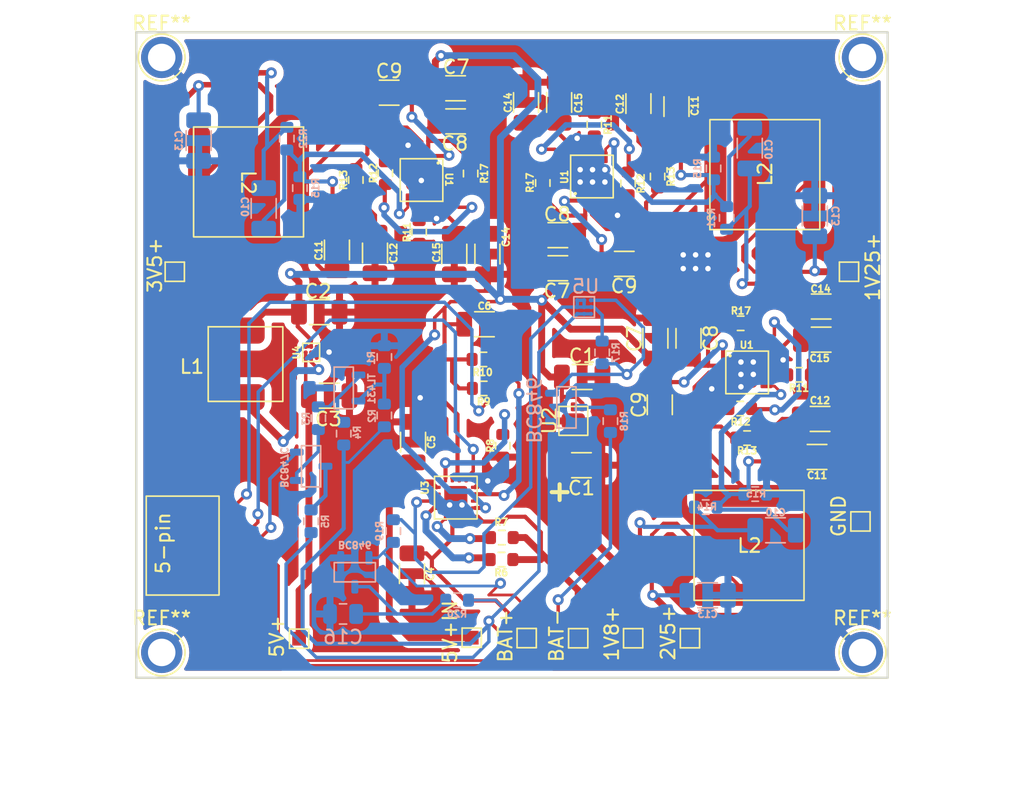
<source format=kicad_pcb>
(kicad_pcb (version 20211014) (generator pcbnew)
  (layers (0 "F.Cu" signal) (31 "B.Cu" signal) (34 "B.Paste" user) (35 "F.Paste" user) (36 "B.SilkS" user "B.Silkscreen") (37 "F.SilkS" user "F.Silkscreen") (38 "B.Mask" user) (39 "F.Mask" user) (44 "Edge.Cuts" user))
  (net 0 "")
  (net 1 "GND")
  (net 2 "1V8+")
  (net 3 "3V8+")
  (net 4 "5V+")
  (net 5 "1v25+")
  (net 6 "2V5+")
  (net 7 "3V5+")
  (net 8 "NC")
  (net 9 "TON")
  (net 10 "VDD")
  (net 11 "PGOOD")
  (net 12 "BST")
  (net 13 "LX")
  (net 14 "FB")
  (net 15 "SW")
  (net 16 "ISET")
  (net 17 "BAT+")
  (net 18 "TS")
  (net 19 "ILIM")
  (net 20 "5V+IN")
  (net 21 "Cathode")
  (net 22 "Anode")
  (net 23 "REF")
  (net 24 "RLED")
  (net 25 "Base")
  (net 26 "Collector")
  (net 27 "BAT-")
  (net 28 "SYSOFF")
  (net 29 "SOURCE")
  (net 30 "GATE")
  (net 31 "BTN+")
  (net 32 "BTN-")
  (footprint "Capacitor_SMD:C_1206_3216Metric" (layer "F.Cu") (at 43.625 17.675978 90)
    (fp_text reference "C15")
    (fp_text value "C_1206_3216Metric")
  )
  (footprint "Capacitor_SMD:C_1206_3216Metric" (layer "F.Cu") (at 50.95 39.675978 90)
    (fp_text reference "C9")
    (fp_text value "C_1206_3216Metric")
  )
  (footprint "Resistor_SMD:R_0603_1608Metric" (layer "F.Cu") (at 38.114511 36.375489)
    (fp_text reference "R10")
    (fp_text value "R_0603_1608Metric")
  )
  (footprint "TestPoint:TestPoint_Pad_1.0x1.0mm" (layer "F.Cu") (at 49.012011 56.665978 90)
    (fp_text reference "1V8+")
    (fp_text value "TestPoint_Pad_1.0x1.0mm")
  )
  (footprint "ps2-pms:TPS61253" (layer "F.Cu") (at 25.58 35.865 90)
    (fp_text reference "U4")
    (fp_text value "TPS61253")
  )
  (footprint "Capacitor_SMD:C_1206_3216Metric" (layer "F.Cu") (at 31.254511 16.962989)
    (fp_text reference "C9")
    (fp_text value "C_1206_3216Metric")
  )
  (footprint "TestPoint:TestPoint_Plated_Hole_D2.0mm" (layer "F.Cu") (at 65.7 57.7)
    (fp_text reference "REF**")
    (fp_text value "TestPoint_Plated_Hole_D2.0mm")
  )
  (footprint "Capacitor_SMD:C_1206_3216Metric" (layer "F.Cu") (at 26.165 32.935 180)
    (fp_text reference "C2")
    (fp_text value "C_1206_3216Metric")
  )
  (footprint "Capacitor_SMD:C_1206_3216Metric" (layer "F.Cu") (at 43.53 27.330978 180)
    (fp_text reference "C8")
    (fp_text value "C_1206_3216Metric")
  )
  (footprint "Resistor_SMD:R_0603_1608Metric" (layer "F.Cu") (at 57.302989 42.100489 180)
    (fp_text reference "R13")
    (fp_text value "R_0603_1608Metric")
  )
  (footprint "Capacitor_SMD:C_1206_3216Metric" (layer "F.Cu") (at 62.395 43.475978)
    (fp_text reference "C11")
    (fp_text value "C_1206_3216Metric")
  )
  (footprint "Capacitor_SMD:C_1206_3216Metric" (layer "F.Cu") (at 32.914511 51.965489 -90)
    (fp_text reference "C4")
    (fp_text value "C_1206_3216Metric")
  )
  (footprint "Resistor_SMD:R_0603_1608Metric" (layer "F.Cu") (at 39.455 49.340978)
    (fp_text reference "R7")
    (fp_text value "R_0603_1608Metric")
  )
  (footprint "ps2-pms:SC174" (layer "F.Cu") (at 57.30625 37.320978 -90)
    (fp_text reference "U1")
    (fp_text value "SC174")
  )
  (footprint "TestPoint:TestPoint_Pad_1.0x1.0mm" (layer "F.Cu") (at 15.651522 29.993478 90)
    (fp_text reference "3V5+")
    (fp_text value "TestPoint_Pad_1.0x1.0mm")
  )
  (footprint "ps2-pms:inductor-2uh" (layer "F.Cu") (at 57.445489 49.908967)
    (fp_text reference "L2")
    (fp_text value "inductor-2uh")
  )
  (footprint "TestPoint:TestPoint_Pad_1.0x1.0mm" (layer "F.Cu") (at 41.262011 56.655978 90)
    (fp_text reference "BAT+")
    (fp_text value "TestPoint_Pad_1.0x1.0mm")
  )
  (footprint "Capacitor_SMD:C_1206_3216Metric" (layer "F.Cu") (at 41.215 17.675978 90)
    (fp_text reference "C14")
    (fp_text value "C_1206_3216Metric")
  )
  (footprint "Resistor_SMD:R_0603_1608Metric" (layer "F.Cu") (at 48.639511 23.567989 -90)
    (fp_text reference "R12")
    (fp_text value "R_0603_1608Metric")
  )
  (footprint "Resistor_SMD:R_0603_1608Metric" (layer "F.Cu") (at 37.184511 22.847989 90)
    (fp_text reference "R17")
    (fp_text value "R_0603_1608Metric")
  )
  (footprint "Resistor_SMD:R_0603_1608Metric" (layer "F.Cu") (at 42.435 23.535978 -90)
    (fp_text reference "R17")
    (fp_text value "R_0603_1608Metric")
  )
  (footprint "TestPoint:TestPoint_Plated_Hole_D2.0mm" (layer "F.Cu") (at 65.7 14.4)
    (fp_text reference "REF**")
    (fp_text value "TestPoint_Plated_Hole_D2.0mm")
  )
  (footprint "Capacitor_SMD:C_1206_3216Metric" (layer "F.Cu") (at 48.365 29.420978 180)
    (fp_text reference "C9")
    (fp_text value "C_1206_3216Metric")
  )
  (footprint "TestPoint:TestPoint_Plated_Hole_D2.0mm" (layer "F.Cu") (at 14.7 57.7)
    (fp_text reference "REF**")
    (fp_text value "TestPoint_Plated_Hole_D2.0mm")
  )
  (footprint "Capacitor_SMD:C_1206_3216Metric" (layer "F.Cu") (at 49.395 17.755978 90)
    (fp_text reference "C12")
    (fp_text value "C_1206_3216Metric")
  )
  (footprint "Resistor_SMD:R_0603_1608Metric" (layer "F.Cu") (at 46.185 19.285978 -90)
    (fp_text reference "R11")
    (fp_text value "R_0603_1608Metric")
  )
  (footprint "Resistor_SMD:R_0603_1608Metric" (layer "F.Cu") (at 39.43 50.940978)
    (fp_text reference "R6")
    (fp_text value "R_0603_1608Metric")
  )
  (footprint "ps2-pms:SC174" (layer "F.Cu") (at 33.609511 23.319239 180)
    (fp_text reference "U1")
    (fp_text value "SC174")
  )
  (footprint "ps2-pms:BQ24076" (layer "F.Cu") (at 36.104511 46.435489 90)
    (fp_text reference "U3")
    (fp_text value "BQ24076")
  )
  (footprint "ps2-pms:ADP151" (layer "F.Cu") (at 44.66 40.85)
    (fp_text reference "U2")
    (fp_text value "ADP151")
  )
  (footprint "TestPoint:TestPoint_Pad_1.0x1.0mm" (layer "F.Cu") (at 24.7 56.7 90)
    (fp_text reference "5V+")
    (fp_text value "TestPoint_Pad_1.0x1.0mm")
  )
  (footprint "TestPoint:TestPoint_Plated_Hole_D2.0mm" (layer "F.Cu") (at 14.7 14.4)
    (fp_text reference "REF**")
    (fp_text value "TestPoint_Plated_Hole_D2.0mm")
  )
  (footprint "Capacitor_SMD:C_1206_3216Metric" (layer "F.Cu") (at 32.994511 42.395489 90)
    (fp_text reference "C5")
    (fp_text value "C_1206_3216Metric")
  )
  (footprint "Resistor_SMD:R_0603_1608Metric" (layer "F.Cu") (at 33.434511 27.097989 90)
    (fp_text reference "R11")
    (fp_text value "R_0603_1608Metric")
  )
  (footprint "TestPoint:TestPoint_Pad_1.0x1.0mm" (layer "F.Cu") (at 64.721522 29.993478 90)
    (fp_text reference "1V25+")
    (fp_text value "TestPoint_Pad_1.0x1.0mm")
  )
  (footprint "Capacitor_SMD:C_1206_3216Metric" (layer "F.Cu") (at 45.3 37.655)
    (fp_text reference "C1")
    (fp_text value "1uF")
  )
  (footprint "Capacitor_SMD:C_1206_3216Metric" (layer "F.Cu") (at 35.994511 28.707989 -90)
    (fp_text reference "C15")
    (fp_text value "C_1206_3216Metric")
  )
  (footprint "Capacitor_SMD:C_1206_3216Metric" (layer "F.Cu") (at 30.224511 28.627989 -90)
    (fp_text reference "C12")
    (fp_text value "C_1206_3216Metric")
  )
  (footprint "Capacitor_SMD:C_1206_3216Metric" (layer "F.Cu") (at 38.404511 28.707989 -90)
    (fp_text reference "C14")
    (fp_text value "C_1206_3216Metric")
  )
  (footprint "Capacitor_SMD:C_1206_3216Metric" (layer "F.Cu") (at 52.165 17.975978 90)
    (fp_text reference "C11")
    (fp_text value "C_1206_3216Metric")
  )
  (footprint "Capacitor_SMD:C_1206_3216Metric" (layer "F.Cu") (at 45.25 44.075)
    (fp_text reference "C1")
    (fp_text value "C_1206_3216Metric")
  )
  (footprint "Capacitor_SMD:C_1206_3216Metric" (layer "F.Cu") (at 50.63 34.840978 90)
    (fp_text reference "C7")
    (fp_text value "C_1206_3216Metric")
  )
  (footprint "Resistor_SMD:R_0603_1608Metric" (layer "F.Cu") (at 30.98 22.815978 90)
    (fp_text reference "R12")
    (fp_text value "R_0603_1608Metric")
  )
  (footprint "ps2-pms:SC174" (layer "F.Cu") (at 46.01 23.064728)
    (fp_text reference "U1")
    (fp_text value "SC174")
  )
  (footprint "Resistor_SMD:R_0603_1608Metric" (layer "F.Cu") (at 56.835 33.745978 180)
    (fp_text reference "R17")
    (fp_text value "R_0603_1608Metric")
  )
  (footprint "TestPoint:TestPoint_Pad_1.0x1.0mm" (layer "F.Cu") (at 45.012011 56.665978 90)
    (fp_text reference "BAT-")
    (fp_text value "TestPoint_Pad_1.0x1.0mm")
  )
  (footprint "Capacitor_SMD:C_1206_3216Metric" (layer "F.Cu") (at 36.089511 19.052989)
    (fp_text reference "C8")
    (fp_text value "C_1206_3216Metric")
  )
  (footprint "Capacitor_SMD:C_1206_3216Metric" (layer "F.Cu") (at 26.89 39.015 180)
    (fp_text reference "C3")
    (fp_text value "C_1206_3216Metric")
  )
  (footprint "Resistor_SMD:R_0603_1608Metric" (layer "F.Cu") (at 39.524511 42.660489 -90)
    (fp_text reference "R8")
    (fp_text value "R_0603_1608Metric")
  )
  (footprint "Resistor_SMD:R_0603_1608Metric" (layer "F.Cu") (at 50.789511 23.067989 -90)
    (fp_text reference "R13")
    (fp_text value "R_0603_1608Metric")
  )
  (footprint "TestPoint:TestPoint_Pad_1.0x1.0mm" (layer "F.Cu") (at 65.555 48.165978 90)
    (fp_text reference "GND")
    (fp_text value "TestPoint_Pad_1.0x1.0mm")
  )
  (footprint "Resistor_SMD:R_0603_1608Metric" (layer "F.Cu") (at 28.83 23.315978 90)
    (fp_text reference "R13")
    (fp_text value "R_0603_1608Metric")
  )
  (footprint "Capacitor_SMD:C_1206_3216Metric" (layer "F.Cu") (at 62.695 32.525978)
    (fp_text reference "C14")
    (fp_text value "C_1206_3216Metric")
  )
  (footprint "ps2+:5pin FPC" (layer "F.Cu") (at 16.225 49.925 90)
    (fp_text reference "5-pin")
    (fp_text value "5pin FPC")
  )
  (footprint "Capacitor_SMD:C_1206_3216Metric" (layer "F.Cu") (at 27.454511 28.407989 -90)
    (fp_text reference "C11")
    (fp_text value "C_1206_3216Metric")
  )
  (footprint "Resistor_SMD:R_0603_1608Metric" (layer "F.Cu") (at 38.134511 38.485489)
    (fp_text reference "R9")
    (fp_text value "R_0603_1608Metric")
  )
  (footprint "Capacitor_SMD:C_1206_3216Metric" (layer "F.Cu") (at 38.189511 33.815489 180)
    (fp_text reference "C6")
    (fp_text value "C_1206_3216Metric")
  )
  (footprint "Capacitor_SMD:C_1206_3216Metric" (layer "F.Cu") (at 62.695 34.935978)
    (fp_text reference "C15")
    (fp_text value "C_1206_3216Metric")
  )
  (footprint "ps2-pms:inductor-2uh" (layer "F.Cu") (at 21.021522 23.458478 -90)
    (fp_text reference "L2")
    (fp_text value "inductor-2uh")
  )
  (footprint "ps2-pms:inductor-2uh" (layer "F.Cu") (at 58.597989 22.925489 90)
    (fp_text reference "L2")
    (fp_text value "inductor-2uh")
  )
  (footprint "Capacitor_SMD:C_1206_3216Metric" (layer "F.Cu") (at 53.04 34.840978 90)
    (fp_text reference "C8")
    (fp_text value "C_1206_3216Metric")
  )
  (footprint "ps2-pms:Inductor-1uH" (layer "F.Cu") (at 20.8 36.7)
    (fp_text reference "L1")
    (fp_text value "Inductor-1uH")
  )
  (footprint "TestPoint:TestPoint_Pad_1.0x1.0mm" (layer "F.Cu") (at 37.262011 56.625978 90)
    (fp_text reference "5V+IN")
    (fp_text value "TestPoint_Pad_1.0x1.0mm")
  )
  (footprint "Capacitor_SMD:C_1206_3216Metric" (layer "F.Cu") (at 36.089511 16.642989)
    (fp_text reference "C7")
    (fp_text value "C_1206_3216Metric")
  )
  (footprint "Capacitor_SMD:C_1206_3216Metric" (layer "F.Cu") (at 43.53 29.740978 180)
    (fp_text reference "C7")
    (fp_text value "C_1206_3216Metric")
  )
  (footprint "Resistor_SMD:R_0603_1608Metric" (layer "F.Cu") (at 56.802989 39.950489 180)
    (fp_text reference "R12")
    (fp_text value "R_0603_1608Metric")
  )
  (footprint "Capacitor_SMD:C_1206_3216Metric" (layer "F.Cu") (at 62.615 40.705978)
    (fp_text reference "C12")
    (fp_text value "C_1206_3216Metric")
  )
  (footprint "TestPoint:TestPoint_Pad_1.0x1.0mm" (layer "F.Cu") (at 53.144511 56.665978 90)
    (fp_text reference "2V5+")
    (fp_text value "TestPoint_Pad_1.0x1.0mm")
  )
  (footprint "Resistor_SMD:R_0603_1608Metric" (layer "F.Cu") (at 61.085 37.495978 180)
    (fp_text reference "R11")
    (fp_text value "R_0603_1608Metric")
  )
  (footprint "Resistor_SMD:R_0603_1608Metric" (layer "B.Cu") (at 31.555 48.865978 -90)
    (fp_text reference "R19")
    (fp_text value "R_0603_1608Metric")
  )
  (footprint "Capacitor_SMD:C_0805_2012Metric" (layer "B.Cu") (at 27.9 54.9)
    (fp_text reference "C16")
    (fp_text value "C_0805_2012Metric")
  )
  (footprint "ps2-pms:TL431" (layer "B.Cu") (at 27.9475 38.4525 -90)
    (fp_text reference "TL431")
    (fp_text value "TL431")
  )
  (footprint "ps2-pms:BC846A" (layer "B.Cu") (at 44.155 39.865978 90)
    (fp_text reference "BC846")
    (fp_text value "BC846A")
  )
  (footprint "Capacitor_SMD:C_1206_3216Metric" (layer "B.Cu") (at 57.497989 21.000489 -90)
    (fp_text reference "C10")
    (fp_text value "C_1206_3216Metric")
  )
  (footprint "Resistor_SMD:R_0603_1608Metric" (layer "B.Cu") (at 36.2 53.9 180)
    (fp_text reference "R20")
    (fp_text value "R_0603_1608Metric")
  )
  (footprint "Resistor_SMD:R_0603_1608Metric" (layer "B.Cu") (at 57.892989 46.173967 180)
    (fp_text reference "R15")
    (fp_text value "R_0603_1608Metric")
  )
  (footprint "Resistor_SMD:R_0603_1608Metric" (layer "B.Cu") (at 23.806522 20.305978 90)
    (fp_text reference "R22")
    (fp_text value "R_0603_1608Metric")
  )
  (footprint "ps2-pms:BC846A" (layer "B.Cu") (at 25.5725 44.1525 90)
    (fp_text reference "BC847C")
    (fp_text value "BC846A")
  )
  (footprint "Capacitor_SMD:C_1206_3216Metric" (layer "B.Cu") (at 54.435489 53.541467)
    (fp_text reference "C13")
    (fp_text value "C_1206_3216Metric")
  )
  (footprint "Capacitor_SMD:C_1206_3216Metric" (layer "B.Cu") (at 62.230489 25.935489 90)
    (fp_text reference "C13")
    (fp_text value "C_1206_3216Metric")
  )
  (footprint "Resistor_SMD:R_0603_1608Metric" (layer "B.Cu") (at 27.9475 41.7775 -90)
    (fp_text reference "R4")
    (fp_text value "R_0603_1608Metric")
  )
  (footprint "Capacitor_SMD:C_1206_3216Metric" (layer "B.Cu") (at 17.389022 20.448478 -90)
    (fp_text reference "C13")
    (fp_text value "C_1206_3216Metric")
  )
  (footprint "ucb-c adapter:CSD22202W15" (layer "B.Cu") (at 45.4425 32.565978 180)
    (fp_text reference "U5")
    (fp_text value "CSD22202W15")
  )
  (footprint "Resistor_SMD:R_0603_1608Metric" (layer "B.Cu") (at 30.9025 36.2025 90)
    (fp_text reference "R1")
    (fp_text value "R_0603_1608Metric")
  )
  (footprint "Resistor_SMD:R_0603_1608Metric" (layer "B.Cu") (at 54.862989 22.477989 -90)
    (fp_text reference "R15")
    (fp_text value "R_0603_1608Metric")
  )
  (footprint "Resistor_SMD:R_0603_1608Metric" (layer "B.Cu") (at 30.9025 40.4525 90)
    (fp_text reference "R2")
    (fp_text value "R_0603_1608Metric")
  )
  (footprint "Resistor_SMD:R_0603_1608Metric" (layer "B.Cu") (at 54.292989 47.123967 180)
    (fp_text reference "R14")
    (fp_text value "R_0603_1608Metric")
  )
  (footprint "Capacitor_SMD:C_1206_3216Metric" (layer "B.Cu") (at 22.121522 25.383478 90)
    (fp_text reference "C10")
    (fp_text value "C_1206_3216Metric")
  )
  (footprint "Resistor_SMD:R_0603_1608Metric" (layer "B.Cu") (at 47.355 40.865978 90)
    (fp_text reference "R18")
    (fp_text value "R_0603_1608Metric")
  )
  (footprint "Capacitor_SMD:C_1206_3216Metric" (layer "B.Cu") (at 59.370489 48.808967 180)
    (fp_text reference "C10")
    (fp_text value "C_1206_3216Metric")
  )
  (footprint "Resistor_SMD:R_0603_1608Metric" (layer "B.Cu") (at 25.5725 48.1525 90)
    (fp_text reference "R5")
    (fp_text value "R_0603_1608Metric")
  )
  (footprint "ps2-pms:BC846A" (layer "B.Cu") (at 28.755 51.865978)
    (fp_text reference "BC846")
    (fp_text value "BC846A")
  )
  (footprint "Resistor_SMD:R_0603_1608Metric" (layer "B.Cu") (at 26.0975 40.6525 -90)
    (fp_text reference "R3")
    (fp_text value "R_0603_1608Metric")
  )
  (footprint "Resistor_SMD:R_0603_1608Metric" (layer "B.Cu") (at 55.812989 26.077989 -90)
    (fp_text reference "R21")
    (fp_text value "R_0603_1608Metric")
  )
  (footprint "Resistor_SMD:R_0603_1608Metric" (layer "B.Cu") (at 46.755 35.865978 90)
    (fp_text reference "R17")
    (fp_text value "R_0603_1608Metric")
  )
  (footprint "Resistor_SMD:R_0603_1608Metric" (layer "B.Cu") (at 24.756522 23.905978 90)
    (fp_text reference "R15")
    (fp_text value "R_0603_1608Metric")
  )
  (gr_rect (start 67.531522 59.553478) (end 12.841522 12.563478) (layer "F.SilkS") (width 0.15) (fill none))
  (gr_rect (start 67.531522 59.553478) (end 12.841522 12.563478) (layer "F.SilkS") (width 0.15) (fill none))
  (gr_line (start 12.855 12.565978) (end 67.53 12.565978) (layer "Edge.Cuts") (width 0.15))
  (gr_line (start 67.53 59.540978) (end 12.855 59.540978) (layer "Edge.Cuts") (width 0.15))
  (gr_line (start 67.53 12.565978) (end 67.53 59.540978) (layer "Edge.Cuts") (width 0.15))
  (gr_line (start 12.855 59.540978) (end 12.855 12.565978) (layer "Edge.Cuts") (width 0.15))
  (gr_text "+\n" (at 43.66 45.9275) (layer "F.SilkS") (effects (font (size 1.5 1.5) (thickness 0.3))))
  (segment (start 27.2375 33.3375) (end 27.64 32.935) (width 0.3) (layer "F.Cu") (net 1))
  (segment (start 45.055 20.568471) (end 45.51 21.023471) (width 0.25) (layer "F.Cu") (net 1))
  (segment (start 59.802507 36.365978) (end 59.347507 36.820978) (width 0.25) (layer "F.Cu") (net 1))
  (segment (start 33.512011 39.165489) (end 32.994511 39.682989) (width 0.3) (layer "F.Cu") (net 1))
  (segment (start 32.63 20.790978) (end 32.651739 20.769239) (width 0.3) (layer "F.Cu") (net 1))
  (segment (start 32.797011 20.769239) (end 33.072011 21.044239) (width 0.3) (layer "F.Cu") (net 1))
  (segment (start 59.347507 36.820978) (end 58.70625 36.820978) (width 0.25) (layer "F.Cu") (net 1))
  (segment (start 34.564511 25.982233) (end 34.564511 25.815496) (width 0.25) (layer "F.Cu") (net 1))
  (segment (start 32.651739 20.769239) (end 32.797011 20.769239) (width 0.3) (layer "F.Cu") (net 1))
  (segment (start 38.43 45.215978) (end 37.974022 45.215978) (width 0.3) (layer "F.Cu") (net 1))
  (segment (start 25.98 36.265) (end 25.98 35.465) (width 0.25) (layer "F.Cu") (net 1))
  (segment (start 34.564511 25.815496) (end 34.109511 25.360496) (width 0.25) (layer "F.Cu") (net 1))
  (segment (start 46.5475 24.814728) (end 46.5475 25.339728) (width 0.3) (layer "F.Cu") (net 1))
  (segment (start 55.03125 37.858478) (end 55.55625 37.858478) (width 0.3) (layer "F.Cu") (net 1))
  (segment (start 59.88 36.365978) (end 59.802507 36.365978) (width 0.25) (layer "F.Cu") (net 1))
  (segment (start 54.75625 38.133478) (end 55.03125 37.858478) (width 0.3) (layer "F.Cu") (net 1))
  (segment (start 54.75625 38.489728) (end 54.75625 38.133478) (width 0.3) (layer "F.Cu") (net 1))
  (segment (start 47.5975 25.614728) (end 47.8725 25.889728) (width 0.3) (layer "F.Cu") (net 1))
  (segment (start 37.974022 45.215978) (end 37.504511 45.685489) (width 0.3) (layer "F.Cu") (net 1))
  (segment (start 45.055 20.401735) (end 45.055 20.568471) (width 0.25) (layer "F.Cu") (net 1))
  (segment (start 54.73 38.515978) (end 54.75625 38.489728) (width 0.3) (layer "F.Cu") (net 1))
  (segment (start 26.76 35.865) (end 25.98 35.865) (width 0.25) (layer "F.Cu") (net 1))
  (segment (start 34.701628 26.11935) (end 34.564511 25.982233) (width 0.25) (layer "F.Cu") (net 1))
  (segment (start 59.924622 36.4106) (end 59.88 36.365978) (width 0.25) (layer "F.Cu") (net 1))
  (segment (start 46.8225 25.614728) (end 47.5975 25.614728) (width 0.3) (layer "F.Cu") (net 1))
  (segment (start 34.109511 25.360496) (end 34.109511 24.719239) (width 0.25) (layer "F.Cu") (net 1))
  (segment (start 45.51 21.023471) (end 45.51 21.664728) (width 0.25) (layer "F.Cu") (net 1))
  (segment (start 46.5475 25.339728) (end 46.8225 25.614728) (width 0.3) (layer "F.Cu") (net 1))
  (segment (start 32.994511 39.682989) (end 32.994511 40.920489) (width 0.3) (layer "F.Cu") (net 1))
  (segment (start 33.072011 21.044239) (end 33.072011 21.569239) (width 0.3) (layer "F.Cu") (net 1))
  (segment (start 30.224511 30.102989) (end 30.409511 30.102989) (width 0.25) (layer "F.Cu") (net 1))
  (segment (start 44.934102 20.280837) (end 45.055 20.401735) (width 0.25) (layer "F.Cu") (net 1))
  (via (at 57.755 36.565978) (size 0.8) (drill 0.4) (layers "F.Cu" "B.Cu") (net 1))
  (via (at 32.63 20.790978) (size 0.8) (drill 0.4) (layers "F.Cu" "B.Cu") (net 1))
  (via (at 45.155 23.465978) (size 0.8) (drill 0.4) (layers "F.Cu" "B.Cu") (net 1))
  (via (at 53.555 28.765978) (size 0.8) (drill 0.4) (layers "F.Cu" "B.Cu") (net 1))
  (via (at 46.954856 23.465339) (size 0.8) (drill 0.4) (layers "F.Cu" "B.Cu") (net 1))
  (via (at 26.88 35.840978) (size 0.8) (drill 0.4) (layers "F.Cu" "B.Cu") (net 1))
  (via (at 54.455 29.765978) (size 0.8) (drill 0.4) (layers "F.Cu" "B.Cu") (net 1))
  (via (at 54.455 28.765978) (size 0.8) (drill 0.4) (layers "F.Cu" "B.Cu") (net 1))
  (via (at 33.594511 23.352989) (size 0.8) (drill 0.4) (layers "F.Cu" "B.Cu") (net 1))
  (via (at 38.43 45.215978) (size 0.8) (drill 0.4) (layers "F.Cu" "B.Cu") (net 1))
  (via (at 59.924622 36.4106) (size 0.8) (drill 0.4) (layers "F.Cu" "B.Cu") (net 1))
  (via (at 57.755 37.465978) (size 0.8) (drill 0.4) (layers "F.Cu" "B.Cu") (net 1))
  (via (at 36.555 46.965978) (size 0.8) (drill 0.4) (layers "F.Cu" "B.Cu") (net 1))
  (via (at 53.555 29.765978) (size 0.8) (drill 0.4) (layers "F.Cu" "B.Cu") (net 1))
  (via (at 54.73 38.515978) (size 0.8) (drill 0.4) (layers "F.Cu" "B.Cu") (net 1))
  (via (at 46.055 22.565978) (size 0.8) (drill 0.4) (layers "F.Cu" "B.Cu") (net 1))
  (via (at 44.934102 20.280837) (size 0.8) (drill 0.4) (layers "F.Cu" "B.Cu") (net 1))
  (via (at 35.655 46.965978) (size 0.8) (drill 0.4) (layers "F.Cu" "B.Cu") (net 1))
  (via (at 46.955 22.565978) (size 0.8) (drill 0.4) (layers "F.Cu" "B.Cu") (net 1))
  (via (at 33.512011 39.165489) (size 0.8) (drill 0.4) (layers "F.Cu" "B.Cu") (net 1))
  (via (at 56.855 38.365978) (size 0.8) (drill 0.4) (layers "F.Cu" "B.Cu") (net 1))
  (via (at 45.155 22.565978) (size 0.8) (drill 0.4) (layers "F.Cu" "B.Cu") (net 1))
  (via (at 56.855 36.565978) (size 0.8) (drill 0.4) (layers "F.Cu" "B.Cu") (net 1))
  (via (at 34.701628 26.11935) (size 0.8) (drill 0.4) (layers "F.Cu" "B.Cu") (net 1))
  (via (at 46.055 23.465978) (size 0.8) (drill 0.4) (layers "F.Cu" "B.Cu") (net 1))
  (via (at 52.655 28.765978) (size 0.8) (drill 0.4) (layers "F.Cu" "B.Cu") (net 1))
  (via (at 47.8725 25.889728) (size 0.8) (drill 0.4) (layers "F.Cu" "B.Cu") (net 1))
  (via (at 56.855 37.465978) (size 0.8) (drill 0.4) (layers "F.Cu" "B.Cu") (net 1))
  (via (at 52.655 29.765978) (size 0.8) (drill 0.4) (layers "F.Cu" "B.Cu") (net 1))
  (segment (start 62.230489 24.460489) (end 62.230489 23.901467) (width 0.25) (layer "B.Cu") (net 1))
  (segment (start 17.389022 21.923478) (end 17.389022 22.4825) (width 0.25) (layer "B.Cu") (net 1))
  (segment (start 58.505 45.960978) (end 58.717989 46.173967) (width 0.25) (layer "B.Cu") (net 1))
  (segment (start 30.8275 35.4525) (end 30.9025 35.3775) (width 0.25) (layer "B.Cu") (net 1))
  (segment (start 54.65 21.865978) (end 54.862989 21.652989) (width 0.25) (layer "B.Cu") (net 1))
  (segment (start 55.910489 53.541467) (end 56.469511 53.541467) (width 0.25) (layer "B.Cu") (net 1))
  (segment (start 24.969511 24.517989) (end 24.756522 24.730978) (width 0.25) (layer "B.Cu") (net 1))
  (segment (start 43.775 44.075) (end 43.775 47.180978) (width 0.5) (layer "F.Cu") (net 2))
  (segment (start 44 43.85) (end 43.775 44.075) (width 0.3) (layer "F.Cu") (net 2))
  (segment (start 44 41.875) (end 44 43.85) (width 0.3) (layer "F.Cu") (net 2))
  (segment (start 43.775 47.180978) (end 49.012011 52.417989) (width 0.5) (layer "F.Cu") (net 2))
  (segment (start 49.012011 52.417989) (end 49.012011 56.665978) (width 0.5) (layer "F.Cu") (net 2))
  (segment (start 35.004511 39.160489) (end 35.004511 36.010489) (width 0.3) (layer "F.Cu") (net 3))
  (segment (start 25.20452 35.44048) (end 25.58 35.44048) (width 0.25) (layer "F.Cu") (net 3))
  (segment (start 35.924511 36.375489) (end 35.369511 36.375489) (width 0.3) (layer "F.Cu") (net 3))
  (segment (start 54.46298 36.832998) (end 54.46298 35.150498) (width 0.3) (layer "F.Cu") (net 3))
  (segment (start 45.31 39.825) (end 45.31 39.567316) (width 0.3) (layer "F.Cu") (net 3))
  (segment (start 35.004511 36.010489) (end 35.284511 35.730489) (width 0.3) (layer "F.Cu") (net 3))
  (segment (start 43.825 39.65) (end 44 39.825) (width 0.3) (layer "F.Cu") (net 3))
  (segment (start 43.825 37.655) (end 42.953281 37.655) (width 0.5) (layer "F.Cu") (net 3))
  (segment (start 45.3 39.567316) (end 44.832684 39.1) (width 0.3) (layer "F.Cu") (net 3))
  (segment (start 37.222011 38.485489) (end 36.354511 38.485489) (width 0.3) (layer "F.Cu") (net 3))
  (segment (start 44.574511 30.171467) (end 45.005 29.740978) (width 0.5) (layer "F.Cu") (net 3))
  (segment (start 45.51 24.514728) (end 45.52202 24.526748) (width 0.25) (layer "F.Cu") (net 3))
  (segment (start 55.85625 36.820978) (end 55.84423 36.832998) (width 0.25) (layer "F.Cu") (net 3))
  (segment (start 42.355 37.056719) (end 42.355 32.065978) (width 0.5) (layer "F.Cu") (net 3))
  (segment (start 38.254511 47.185489) (end 38.079511 47.185489) (width 0.2) (layer "F.Cu") (net 3))
  (segment (start 42.355 32.065978) (end 44.464511 34.175489) (width 0.5) (layer "F.Cu") (net 3))
  (segment (start 37.202011 36.375489) (end 35.924511 36.375489) (width 0.3) (layer "F.Cu") (net 3))
  (segment (start 44.464511 34.175489) (end 48.179239 34.175489) (width 0.5) (layer "F.Cu") (net 3))
  (segment (start 43.825 39.1) (end 43.825 39.65) (width 0.3) (layer "F.Cu") (net 3))
  (segment (start 36.354511 38.485489) (end 35.834511 37.965489) (width 0.3) (layer "F.Cu") (net 3))
  (segment (start 42.953281 37.655) (end 42.355 37.056719) (width 0.5) (layer "F.Cu") (net 3))
  (segment (start 35.024511 14.267989) (end 34.614511 14.677989) (width 0.5) (layer "F.Cu") (net 3))
  (segment (start 39.182011 32.167989) (end 39.35 32) (width 0.25) (layer "F.Cu") (net 3))
  (segment (start 45.52202 24.526748) (end 45.52202 25.907998) (width 0.3) (layer "F.Cu") (net 3))
  (segment (start 36.714511 33.815489) (end 35.474511 33.815489) (width 0.3) (layer "F.Cu") (net 3))
  (segment (start 25.58 34.96) (end 24.6 33.98) (width 0.3) (layer "F.Cu") (net 3))
  (segment (start 44.832684 39.1) (end 43.825 39.1) (width 0.3) (layer "F.Cu") (net 3))
  (segment (start 36.229511 40.385489) (end 35.004511 39.160489) (width 0.3) (layer "F.Cu") (net 3))
  (segment (start 35.369511 36.375489) (end 35.004511 36.010489) (width 0.3) (layer "F.Cu") (net 3))
  (segment (start 35.834511 36.465489) (end 35.924511 36.375489) (width 0.2) (layer "F.Cu") (net 3))
  (segment (start 34.097491 20.475969) (end 34.097491 19.570009) (width 0.3) (layer "F.Cu") (net 3))
  (segment (start 34.564511 33.335489) (end 35.284511 32.615489) (width 0.25) (layer "F.Cu") (net 3))
  (segment (start 35.834511 37.965489) (end 35.834511 36.465489) (width 0.3) (layer "F.Cu") (net 3))
  (segment (start 35.474511 33.815489) (end 35.284511 34.005489) (width 0.3) (layer "F.Cu") (net 3))
  (segment (start 36.094511 44.785489) (end 36.229511 44.650489) (width 0.3) (layer "F.Cu") (net 3))
  (segment (start 24.074511 30.117989) (end 24.69 30.733478) (width 0.5) (layer "F.Cu") (net 3))
  (segment (start 34.109511 21.869239) (end 34.097491 21.857219) (width 0.25) (layer "F.Cu") (net 3))
  (segment (start 36.114511 44.785489) (end 36.094511 44.785489) (width 0.25) (layer "F.Cu") (net 3))
  (segment (start 24.6 33.025) (end 24.69 32.935) (width 0.25) (layer "F.Cu") (net 3))
  (segment (start 34.097491 20.475969) (end 35.779991 20.475969) (width 0.3) (layer "F.Cu") (net 3))
  (segment (start 35.779991 20.475969) (end 37.204511 21.900489) (width 0.3) (layer "F.Cu") (net 3))
  (segment (start 42.355 32.065978) (end 44.249511 30.171467) (width 0.5) (layer "F.Cu") (net 3))
  (segment (start 36.229511 44.650489) (end 36.229511 40.385489) (width 0.3) (layer "F.Cu") (net 3))
  (segment (start 35.732011 32.167989) (end 39.182011 32.167989) (width 0.25) (layer "F.Cu") (net 3))
  (segment (start 53.55702 36.832998) (end 53.04 36.315978) (width 0.3) (layer "F.Cu") (net 3))
  (segment (start 34.614511 14.677989) (end 34.614511 16.642989) (width 0.5) (layer "F.Cu") (net 3))
  (segment (start 25.58 35.465) (end 25.58 34.96) (width 0.25) (layer "F.Cu") (net 3))
  (segment (start 35.854511 45.025489) (end 36.094511 44.785489) (width 0.3) (layer "F.Cu") (net 3))
  (segment (start 35.284511 32.615489) (end 35.732011 32.167989) (width 0.25) (layer "F.Cu") (net 3))
  (segment (start 50.63 36.315978) (end 53.04 36.315978) (width 0.25) (layer "F.Cu") (net 3))
  (segment (start 43.83952 25.907998) (end 42.415 24.483478) (width 0.3) (layer "F.Cu") (net 3))
  (segment (start 24.69 30.733478) (end 24.69 32.935) (width 0.5) (layer "F.Cu") (net 3))
  (segment (start 45.3 39.825) (end 45.3 39.567316) (width 0.25) (layer "F.Cu") (net 3))
  (segment (start 24.6 33.98) (end 24.6 33.025) (width 0.3) (layer "F.Cu") (net 3))
  (segment (start 37.504511 47.185489) (end 38.079511 47.185489) (width 0.3) (layer "F.Cu") (net 3))
  (segment (start 22.14 32.935) (end 24.69 32.935) (width 0.5) (layer "F.Cu") (net 3))
  (segment (start 45.005 29.740978) (end 45.005 27.330978) (width 0.25) (layer "F.Cu") (net 3))
  (segment (start 55.84423 36.832998) (end 54.46298 36.832998) (width 0.3) (layer "F.Cu") (net 3))
  (segment (start 34.564511 34.585489) (end 34.564511 33.335489) (width 0.25) (layer "F.Cu") (net 3))
  (segment (start 54.46298 36.832998) (end 53.55702 36.832998) (width 0.3) (layer "F.Cu") (net 3))
  (segment (start 34.097491 21.857219) (end 34.097491 20.475969) (width 0.3) (layer "F.Cu") (net 3))
  (segment (start 34.097491 19.570009) (end 34.614511 19.052989) (width 0.3) (layer "F.Cu") (net 3))
  (segment (start 36.354511 45.025489) (end 35.854511 45.025489) (width 0.3) (layer "F.Cu") (net 3))
  (segment (start 43.825 37.655) (end 43.825 39.1) (width 0.3) (layer "F.Cu") (net 3))
  (segment (start 45.52202 25.907998) (end 45.52202 26.813958) (width 0.3) (layer "F.Cu") (net 3))
  (segment (start 42.355 32.065978) (end 43.825 33.535978) (width 0.5) (layer "F.Cu") (net 3))
  (segment (start 48.179239 34.175489) (end 50.19 36.18625) (width 0.5) (layer "F.Cu") (net 3))
  (segment (start 38.264511 47.175489) (end 38.254511 47.185489) (width 0.2) (layer "F.Cu") (net 3))
  (segment (start 36.354511 45.025489) (end 36.114511 44.785489) (width 0.3) (layer "F.Cu") (net 3))
  (segment (start 45.52202 25.907998) (end 43.83952 25.907998) (width 0.3) (layer "F.Cu") (net 3))
  (segment (start 20.8 34.275) (end 22.14 32.935) (width 0.5) (layer "F.Cu") (net 3))
  (segment (start 44.249511 30.171467) (end 44.574511 30.171467) (width 0.5) (layer "F.Cu") (net 3))
  (segment (start 54.46298 35.150498) (end 55.8875 33.725978) (width 0.3) (layer "F.Cu") (net 3))
  (segment (start 45.52202 26.813958) (end 45.005 27.330978) (width 0.3) (layer "F.Cu") (net 3))
  (segment (start 35.284511 35.730489) (end 35.284511 34.005489) (width 0.3) (layer "F.Cu") (net 3))
  (segment (start 35.284511 34.005489) (end 35.284511 32.615489) (width 0.3) (layer "F.Cu") (net 3))
  (segment (start 34.614511 16.642989) (end 34.614511 19.052989) (width 0.25) (layer "F.Cu") (net 3))
  (segment (start 25.18 35.465) (end 25.20452 35.44048) (width 0.25) (layer "F.Cu") (net 3))
  (via (at 24.074511 30.117989) (size 0.8) (drill 0.4) (layers "F.Cu" "B.Cu") (net 3))
  (via (at 35.024511 14.267989) (size 0.8) (drill 0.4) (layers "F.Cu" "B.Cu") (net 3))
  (via (at 38.264511 47.175489) (size 0.8) (drill 0.4) (layers "F.Cu" "B.Cu") (net 3))
  (via (at 39.35 32) (size 0.8) (drill 0.4) (layers "F.Cu" "B.Cu") (net 3))
  (via (at 42.355 32.065978) (size 0.8) (drill 0.4) (layers "F.Cu" "B.Cu") (net 3))
  (via (at 34.564511 34.585489) (size 0.8) (drill 0.4) (layers "F.Cu" "B.Cu") (net 3))
  (segment (start 39.35 20.245978) (end 42.08 17.515978) (width 0.5) (layer "B.Cu") (net 3))
  (segment (start 40.357011 14.267989) (end 35.024511 14.267989) (width 0.5) (layer "B.Cu") (net 3))
  (segment (start 24.139022 30.1825) (end 37.5325 30.1825) (width 0.5) (layer "B.Cu") (net 3))
  (segment (start 37.06 45.970978) (end 35.71 45.970978) (width 0.4) (layer "B.Cu") (net 3))
  (segment (start 42.08 17.515978) (end 42.08 15.990978) (width 0.5) (layer "B.Cu") (net 3))
  (segment (start 39.35 32) (end 39.35 20.245978) (width 0.5) (layer "B.Cu") (net 3))
  (segment (start 42.08 15.990978) (end 40.357011 14.267989) (width 0.5) (layer "B.Cu") (net 3))
  (segment (start 24.074511 30.117989) (end 24.139022 30.1825) (width 0.5) (layer "B.Cu") (net 3))
  (segment (start 42.289022 32) (end 39.35 32) (width 0.5) (layer "B.Cu") (net 3))
  (segment (start 35.71 45.970978) (end 32.2 42.460978) (width 0.4) (layer "B.Cu") (net 3))
  (segment (start 38.264511 47.175489) (end 37.06 45.970978) (width 0.4) (layer "B.Cu") (net 3))
  (segment (start 42.355 32.065978) (end 42.289022 32) (width 0.5) (layer "B.Cu") (net 3))
  (segment (start 32.2 36.95) (end 34.564511 34.585489) (width 0.4) (layer "B.Cu") (net 3))
  (segment (start 32.2 42.460978) (end 32.2 36.95) (width 0.4) (layer "B.Cu") (net 3))
  (segment (start 37.5325 30.1825) (end 39.35 32) (width 0.5) (layer "B.Cu") (net 3))
  (segment (start 25.18 38.78) (end 25.415 39.015) (width 0.25) (layer "F.Cu") (net 4))
  (segment (start 25.415 39.015) (end 25.415 52.475489) (width 0.5) (layer "F.Cu") (net 4))
  (segment (start 25.18 36.265) (end 25.18 38.78) (width 0.25) (layer "F.Cu") (net 4))
  (segment (start 25.415 52.475489) (end 24.7 53.190489) (width 0.5) (layer "F.Cu") (net 4))
  (segment (start 25.18 36.265) (end 25.18 35.865) (width 0.25) (layer "F.Cu") (net 4))
  (segment (start 24.7 53.190489) (end 24.7 56.7) (width 0.5) (layer "F.Cu") (net 4))
  (segment (start 57.92 30.865978) (end 58.795 29.990978) (width 0.3) (layer "F.Cu") (net 5))
  (segment (start 61.997989 22.925489) (end 61.997989 23.175489) (width 0.25) (layer "F.Cu") (net 5))
  (segment (start 58.805 30.000978) (end 59.9725 30.000978) (width 0.3) (layer "F.Cu") (net 5))
  (segment (start 56.997989 29.156467) (end 57.8325 29.990978) (width 0.25) (layer "F.Cu") (net 5))
  (segment (start 56.945 30.865978) (end 57.92 30.865978) (width 0.3) (layer "F.Cu") (net 5))
  (segment (start 56.997989 28.175489) (end 56.997989 29.156467) (width 0.25) (layer "F.Cu") (net 5))
  (segment (start 58.795 29.990978) (end 58.805 30.000978) (width 0.25) (layer "F.Cu") (net 5))
  (segment (start 62.049022 29.993478) (end 64.721522 29.993478) (width 0.5) (layer "F.Cu") (net 5))
  (segment (start 57.8325 29.990978) (end 58.795 29.990978) (width 0.3) (layer "F.Cu") (net 5))
  (segment (start 61.997989 23.175489) (end 56.997989 28.175489) (width 0.25) (layer "F.Cu") (net 5))
  (segment (start 59.9725 30.000978) (end 62.1725 30.000978) (width 0.3) (layer "F.Cu") (net 5))
  (via (at 56.945 30.865978) (size 0.8) (drill 0.4) (layers "F.Cu" "B.Cu") (net 5))
  (via (at 62.230489 29.930489) (size 0.8) (drill 0.4) (layers "F.Cu" "B.Cu") (net 5))
  (segment (start 62.230489 29.930489) (end 62.230489 29.942989) (width 0.3) (layer "B.Cu") (net 5))
  (segment (start 57.497989 25.217989) (end 57.2475 25.468478) (width 0.3) (layer "B.Cu") (net 5))
  (segment (start 57.497989 22.475489) (end 57.497989 25.217989) (width 0.3) (layer "B.Cu") (net 5))
  (segment (start 57.2475 25.468478) (end 57.2475 30.563478) (width 0.3) (layer "B.Cu") (net 5))
  (segment (start 57.2475 25.468478) (end 55.812989 26.902989) (width 0.3) (layer "B.Cu") (net 5))
  (segment (start 62.230489 29.942989) (end 62.1725 30.000978) (width 0.25) (layer "B.Cu") (net 5))
  (segment (start 57.2475 30.563478) (end 56.945 30.865978) (width 0.3) (layer "B.Cu") (net 5))
  (segment (start 62.230489 27.410489) (end 62.230489 29.930489) (width 0.3) (layer "B.Cu") (net 5))
  (segment (start 50.38 49.143478) (end 50.38 50.105978) (width 0.3) (layer "F.Cu") (net 6))
  (segment (start 50.38 50.105978) (end 50.37 50.115978) (width 0.25) (layer "F.Cu") (net 6))
  (segment (start 49.505 49.230978) (end 50.38 50.105978) (width 0.3) (layer "F.Cu") (net 6))
  (segment (start 57.195489 53.308967) (end 52.195489 48.308967) (width 0.25) (layer "F.Cu") (net 6))
  (segment (start 52.195489 48.308967) (end 51.214511 48.308967) (width 0.25) (layer "F.Cu") (net 6))
  (segment (start 53.144511 56.245489) (end 50.440489 53.541467) (width 0.5) (layer "F.Cu") (net 6))
  (segment (start 50.37 50.115978) (end 50.37 51.283478) (width 0.3) (layer "F.Cu") (net 6))
  (segment (start 49.505 48.255978) (end 49.505 49.230978) (width 0.3) (layer "F.Cu") (net 6))
  (segment (start 57.445489 53.308967) (end 57.195489 53.308967) (width 0.25) (layer "F.Cu") (net 6))
  (segment (start 51.214511 48.308967) (end 50.38 49.143478) (width 0.25) (layer "F.Cu") (net 6))
  (segment (start 50.37 51.283478) (end 50.37 53.483478) (width 0.3) (layer "F.Cu") (net 6))
  (via (at 49.505 48.255978) (size 0.8) (drill 0.4) (layers "F.Cu" "B.Cu") (net 6))
  (via (at 50.440489 53.541467) (size 0.8) (drill 0.4) (layers "F.Cu" "B.Cu") (net 6))
  (segment (start 55.152989 48.808967) (end 54.9025 48.558478) (width 0.3) (layer "B.Cu") (net 6))
  (segment (start 50.427989 53.541467) (end 50.37 53.483478) (width 0.25) (layer "B.Cu") (net 6))
  (segment (start 50.440489 53.541467) (end 50.427989 53.541467) (width 0.3) (layer "B.Cu") (net 6))
  (segment (start 52.960489 53.541467) (end 50.440489 53.541467) (width 0.3) (layer "B.Cu") (net 6))
  (segment (start 54.9025 48.558478) (end 53.467989 47.123967) (width 0.3) (layer "B.Cu") (net 6))
  (segment (start 57.895489 48.808967) (end 55.152989 48.808967) (width 0.3) (layer "B.Cu") (net 6))
  (segment (start 49.8075 48.558478) (end 49.505 48.255978) (width 0.3) (layer "B.Cu") (net 6))
  (segment (start 54.9025 48.558478) (end 49.8075 48.558478) (width 0.3) (layer "B.Cu") (net 6))
  (segment (start 22.621522 18.208478) (end 22.621522 17.2275) (width 0.4) (layer "F.Cu") (net 7))
  (segment (start 21.699511 15.517989) (end 20.824511 16.392989) (width 0.4) (layer "F.Cu") (net 7))
  (segment (start 17.621522 23.458478) (end 17.621522 23.208478) (width 0.25) (layer "F.Cu") (net 7))
  (segment (start 20.814511 16.382989) (end 19.647011 16.382989) (width 0.4) (layer "F.Cu") (net 7))
  (segment (start 21.787011 16.392989) (end 20.824511 16.392989) (width 0.4) (layer "F.Cu") (net 7))
  (segment (start 15.651522 18.190978) (end 15.651522 29.993478) (width 0.4) (layer "F.Cu") (net 7))
  (segment (start 19.647011 16.382989) (end 17.447011 16.382989) (width 0.4) (layer "F.Cu") (net 7))
  (segment (start 17.389022 16.453478) (end 15.651522 18.190978) (width 0.4) (layer "F.Cu") (net 7))
  (segment (start 20.824511 16.392989) (end 20.814511 16.382989) (width 0.25) (layer "F.Cu") (net 7))
  (segment (start 22.621522 17.2275) (end 21.787011 16.392989) (width 0.4) (layer "F.Cu") (net 7))
  (segment (start 17.621522 23.208478) (end 22.621522 18.208478) (width 0.4) (layer "F.Cu") (net 7))
  (segment (start 22.674511 15.517989) (end 21.699511 15.517989) (width 0.4) (layer "F.Cu") (net 7))
  (via (at 17.389022 16.453478) (size 0.8) (drill 0.4) (layers "F.Cu" "B.Cu") (net 7))
  (via (at 22.674511 15.517989) (size 0.8) (drill 0.4) (layers "F.Cu" "B.Cu") (net 7))
  (segment (start 22.372011 15.820489) (end 22.674511 15.517989) (width 0.3) (layer "B.Cu") (net 7))
  (segment (start 17.389022 16.453478) (end 17.389022 16.440978) (width 0.3) (layer "B.Cu") (net 7))
  (segment (start 22.121522 23.908478) (end 22.121522 21.165978) (width 0.3) (layer "B.Cu") (net 7))
  (segment (start 17.389022 16.440978) (end 17.447011 16.382989) (width 0.25) (layer "B.Cu") (net 7))
  (segment (start 17.389022 18.973478) (end 17.389022 16.453478) (width 0.3) (layer "B.Cu") (net 7))
  (segment (start 22.121522 21.165978) (end 22.372011 20.915489) (width 0.3) (layer "B.Cu") (net 7))
  (segment (start 22.372011 20.915489) (end 23.806522 19.480978) (width 0.3) (layer "B.Cu") (net 7))
  (segment (start 22.372011 20.915489) (end 22.372011 15.820489) (width 0.3) (layer "B.Cu") (net 7))
  (segment (start 33.524511 26.300489) (end 33.609511 26.215489) (width 0.25) (layer "F.Cu") (net 9))
  (segment (start 46.01 20.168478) (end 46.01 21.664728) (width 0.25) (layer "F.Cu") (net 9))
  (segment (start 60.2025 37.320978) (end 58.70625 37.320978) (width 0.25) (layer "F.Cu") (net 9))
  (segment (start 33.609511 26.215489) (end 33.609511 24.719239) (width 0.25) (layer "F.Cu") (net 9))
  (segment (start 60.2875 37.405978) (end 60.2025 37.320978) (width 0.25) (layer "F.Cu") (net 9))
  (segment (start 46.095 20.083478) (end 46.01 20.168478) (width 0.25) (layer "F.Cu") (net 9))
  (segment (start 43.625 19.960978) (end 43.625 19.150978) (width 0.3) (layer "F.Cu") (net 10))
  (segment (start 59.29 33.655978) (end 59.29 34.615978) (width 0.25) (layer "F.Cu") (net 10))
  (segment (start 45.01 21.345978) (end 44.185 20.520978) (width 0.3) (layer "F.Cu") (net 10))
  (segment (start 30.934511 23.672989) (end 30.934511 25.282989) (width 0.3) (layer "F.Cu") (net 10))
  (segment (start 43.64875 21.424728) (end 44.185 20.888478) (width 0.25) (layer "F.Cu") (net 10))
  (segment (start 35.970761 24.959239) (end 35.434511 25.495489) (width 0.25) (layer "F.Cu") (net 10))
  (segment (start 42.415 22.658478) (end 43.64875 21.424728) (width 0.25) (layer "F.Cu") (net 10))
  (segment (start 43.625 19.150978) (end 41.215 19.150978) (width 0.3) (layer "F.Cu") (net 10))
  (segment (start 44.185 20.520978) (end 43.625 19.960978) (width 0.3) (layer "F.Cu") (net 10))
  (segment (start 35.994511 27.232989) (end 38.404511 27.232989) (width 0.3) (layer "F.Cu") (net 10))
  (segment (start 57.66 39.995978) (end 59.27 39.995978) (width 0.3) (layer "F.Cu") (net 10))
  (segment (start 37.204511 23.725489) (end 35.970761 24.959239) (width 0.25) (layer "F.Cu") (net 10))
  (segment (start 44.185 20.888478) (end 44.185 20.520978) (width 0.25) (layer "F.Cu") (net 10))
  (segment (start 59.85 35.495978) (end 60.41 34.935978) (width 0.3) (layer "F.Cu") (net 10))
  (segment (start 58.70625 36.320978) (end 59.025 36.320978) (width 0.3) (layer "F.Cu") (net 10))
  (segment (start 60.41 34.935978) (end 61.22 34.935978) (width 0.3) (layer "F.Cu") (net 10))
  (segment (start 48.685 22.710978) (end 48.685 21.100978) (width 0.3) (layer "F.Cu") (net 10))
  (segment (start 42.345 21.080978) (end 43.305 21.080978) (width 0.25) (layer "F.Cu") (net 10))
  (segment (start 37.274511 25.302989) (end 36.314511 25.302989) (width 0.25) (layer "F.Cu") (net 10))
  (segment (start 35.994511 26.422989) (end 35.994511 27.232989) (width 0.3) (layer "F.Cu") (net 10))
  (segment (start 59.27 39.995978) (end 59.32 40.045978) (width 0.25) (layer "F.Cu") (net 10))
  (segment (start 59.025 36.320978) (end 59.85 35.495978) (width 0.3) (layer "F.Cu") (net 10))
  (segment (start 57.7125 33.725978) (end 58.94625 34.959728) (width 0.25) (layer "F.Cu") (net 10))
  (segment (start 58.74375 36.358478) (end 58.70625 36.320978) (width 0.3) (layer "F.Cu") (net 10))
  (segment (start 43.305 21.080978) (end 43.64875 21.424728) (width 0.25) (layer "F.Cu") (net 10))
  (segment (start 58.94625 34.959728) (end 59.4825 35.495978) (width 0.25) (layer "F.Cu") (net 10))
  (segment (start 59.29 34.615978) (end 58.94625 34.959728) (width 0.25) (layer "F.Cu") (net 10))
  (segment (start 34.572011 24.756739) (end 34.609511 24.719239) (width 0.3) (layer "F.Cu") (net 10))
  (segment (start 61.22 34.935978) (end 61.22 32.525978) (width 0.3) (layer "F.Cu") (net 10))
  (segment (start 45.0475 21.627228) (end 45.01 21.664728) (width 0.3) (layer "F.Cu") (net 10))
  (segment (start 35.434511 25.495489) (end 35.434511 25.862989) (width 0.25) (layer "F.Cu") (net 10))
  (segment (start 59.4825 35.495978) (end 59.85 35.495978) (width 0.25) (layer "F.Cu") (net 10))
  (segment (start 48.685 21.100978) (end 48.735 21.050978) (width 0.25) (layer "F.Cu") (net 10))
  (segment (start 34.609511 25.037989) (end 35.434511 25.862989) (width 0.3) (layer "F.Cu") (net 10))
  (segment (start 36.314511 25.302989) (end 35.970761 24.959239) (width 0.25) (layer "F.Cu") (net 10))
  (segment (start 30.934511 25.282989) (end 30.884511 25.332989) (width 0.25) (layer "F.Cu") (net 10))
  (segment (start 34.609511 24.719239) (end 34.609511 25.037989) (width 0.3) (layer "F.Cu") (net 10))
  (segment (start 35.434511 25.862989) (end 35.994511 26.422989) (width 0.3) (layer "F.Cu") (net 10))
  (segment (start 45.01 21.664728) (end 45.01 21.345978) (width 0.3) (layer "F.Cu") (net 10))
  (via (at 59.32 40.045978) (size 0.8) (drill 0.4) (layers "F.Cu" "B.Cu") (net 10))
  (via (at 59.29 33.655978) (size 0.8) (drill 0.4) (layers "F.Cu" "B.Cu") (net 10))
  (via (at 37.274511 25.302989) (size 0.8) (drill 0.4) (layers "F.Cu" "B.Cu") (net 10))
  (via (at 48.735 21.050978) (size 0.8) (drill 0.4) (layers "F.Cu" "B.Cu") (net 10))
  (via (at 42.345 21.080978) (size 0.8) (drill 0.4) (layers "F.Cu" "B.Cu") (net 10))
  (via (at 30.884511 25.332989) (size 0.8) (drill 0.4) (layers "F.Cu" "B.Cu") (net 10))
  (segment (start 48.735 21.050978) (end 48.735 20.510978) (width 0.4) (layer "B.Cu") (net 10))
  (segment (start 48.735 20.510978) (end 47.535 19.310978) (width 0.4) (layer "B.Cu") (net 10))
  (segment (start 47.535 19.310978) (end 44.115 19.310978) (width 0.4) (layer "B.Cu") (net 10))
  (segment (start 44.115 19.310978) (end 42.345 21.080978) (width 0.4) (layer "B.Cu") (net 10))
  (segment (start 30.884511 25.332989) (end 30.884511 25.872989) (width 0.4) (layer "B.Cu") (net 10))
  (segment (start 35.504511 27.072989) (end 37.274511 25.302989) (width 0.4) (layer "B.Cu") (net 10))
  (segment (start 30.884511 25.872989) (end 32.084511 27.072989) (width 0.4) (layer "B.Cu") (net 10))
  (segment (start 32.084511 27.072989) (end 35.504511 27.072989) (width 0.4) (layer "B.Cu") (net 10))
  (segment (start 59.86 40.045978) (end 61.06 38.845978) (width 0.4) (layer "B.Cu") (net 10))
  (segment (start 61.06 35.425978) (end 59.29 33.655978) (width 0.4) (layer "B.Cu") (net 10))
  (segment (start 61.06 38.845978) (end 61.06 35.425978) (width 0.4) (layer "B.Cu") (net 10))
  (segment (start 59.32 40.045978) (end 59.86 40.045978) (width 0.4) (layer "B.Cu") (net 10))
  (segment (start 47.01 24.514728) (end 48.72375 24.514728) (width 0.3) (layer "F.Cu") (net 11))
  (segment (start 48.72375 24.514728) (end 48.765 24.473478) (width 0.25) (layer "F.Cu") (net 11))
  (segment (start 32.609511 21.869239) (end 30.895761 21.869239) (width 0.3) (layer "F.Cu") (net 11))
  (segment (start 55.85625 40.034728) (end 55.8975 40.075978) (width 0.25) (layer "F.Cu") (net 11))
  (segment (start 55.85625 38.320978) (end 55.85625 40.034728) (width 0.3) (layer "F.Cu") (net 11))
  (segment (start 30.895761 21.869239) (end 30.854511 21.910489) (width 0.25) (layer "F.Cu") (net 11))
  (segment (start 55.55625 35.370978) (end 55.55625 36.358478) (width 0.3) (layer "F.Cu") (net 12))
  (segment (start 46.715 27.650978) (end 46.715 29.245978) (width 0.3) (layer "F.Cu") (net 12))
  (segment (start 44.01 24.864728) (end 44.06 24.814728) (width 0.2) (layer "F.Cu") (net 12))
  (segment (start 32.904511 18.732989) (end 32.904511 17.137989) (width 0.3) (layer "F.Cu") (net 12))
  (segment (start 35.609511 21.519239) (end 35.559511 21.569239) (width 0.2) (layer "F.Cu") (net 12))
  (segment (start 55.50625 35.320978) (end 55.55625 35.370978) (width 0.2) (layer "F.Cu") (net 12))
  (segment (start 32.904511 17.137989) (end 32.729511 16.962989) (width 0.3) (layer "F.Cu") (net 12))
  (segment (start 46.715 29.245978) (end 46.89 29.420978) (width 0.3) (layer "F.Cu") (net 12))
  (segment (start 52.72 38.025978) (end 51.125 38.025978) (width 0.3) (layer "F.Cu") (net 12))
  (segment (start 35.559511 21.569239) (end 34.572011 21.569239) (width 0.3) (layer "F.Cu") (net 12))
  (segment (start 44.06 24.814728) (end 45.0475 24.814728) (width 0.3) (layer "F.Cu") (net 12))
  (segment (start 51.125 38.025978) (end 50.95 38.200978) (width 0.3) (layer "F.Cu") (net 12))
  (via (at 52.72 38.025978) (size 0.8) (drill 0.4) (layers "F.Cu" "B.Cu") (net 12))
  (via (at 44.01 24.864728) (size 0.8) (drill 0.4) (layers "F.Cu" "B.Cu") (net 12))
  (via (at 35.609511 21.519239) (size 0.8) (drill 0.4) (layers "F.Cu" "B.Cu") (net 12))
  (via (at 46.715 27.650978) (size 0.8) (drill 0.4) (layers "F.Cu" "B.Cu") (net 12))
  (via (at 55.50625 35.320978) (size 0.8) (drill 0.4) (layers "F.Cu" "B.Cu") (net 12))
  (via (at 32.904511 18.732989) (size 0.8) (drill 0.4) (layers "F.Cu" "B.Cu") (net 12))
  (segment (start 44.01 24.864728) (end 44.01 24.945978) (width 0.25) (layer "B.Cu") (net 12))
  (segment (start 35.609511 21.437989) (end 32.904511 18.732989) (width 0.4) (layer "B.Cu") (net 12))
  (segment (start 44.01 24.945978) (end 46.715 27.650978) (width 0.4) (layer "B.Cu") (net 12))
  (segment (start 55.425 35.320978) (end 52.72 38.025978) (width 0.4) (layer "B.Cu") (net 12))
  (segment (start 35.609511 21.519239) (end 35.609511 21.437989) (width 0.25) (layer "B.Cu") (net 12))
  (segment (start 55.50625 35.320978) (end 55.425 35.320978) (width 0.25) (layer "B.Cu") (net 12))
  (segment (start 50.95 41.150978) (end 51.89 42.090978) (width 0.3) (layer "F.Cu") (net 13))
  (segment (start 39.524511 46.185489) (end 39.614511 46.275489) (width 0.2) (layer "F.Cu") (net 13))
  (segment (start 53.485 42.090978) (end 53.485 42.148478) (width 0.3) (layer "F.Cu") (net 13))
  (segment (start 37.504511 46.185489) (end 39.524511 46.185489) (width 0.3) (layer "F.Cu") (net 13))
  (segment (start 29.669511 21.412989) (end 28.794511 22.287989) (width 0.3) (layer "F.Cu") (net 13))
  (segment (start 50.78 28.480978) (end 50.78 26.885978) (width 0.3) (layer "F.Cu") (net 13))
  (segment (start 49.95 26.885978) (end 49.95 24.970978) (width 0.3) (layer "F.Cu") (net 13))
  (segment (start 59.875 40.705978) (end 59.875 42.430978) (width 0.3) (layer "F.Cu") (net 13))
  (segment (start 46.01 24.514728) (end 46.01 25.40259) (width 0.3) (layer "F.Cu") (net 13))
  (segment (start 55.85625 37.320978) (end 54.968388 37.320978) (width 0.3) (layer "F.Cu") (net 13))
  (segment (start 53.485 41.260978) (end 53.485 42.090978) (width 0.3) (layer "F.Cu") (net 13))
  (segment (start 33.604511 20.562989) (end 32.539511 19.497989) (width 0.3) (layer "F.Cu") (net 13))
  (segment (start 46.015 25.820978) (end 47.08 26.885978) (width 0.3) (layer "F.Cu") (net 13))
  (segment (start 59.875 40.705978) (end 61.14 40.705978) (width 0.3) (layer "F.Cu") (net 13))
  (segment (start 50.78 26.885978) (end 50.8375 26.885978) (width 0.3) (layer "F.Cu") (net 13))
  (segment (start 49.395 20.495978) (end 51.12 20.495978) (width 0.3) (layer "F.Cu") (net 13))
  (segment (start 46.015 25.40759) (end 46.015 25.820978) (width 0.3) (layer "F.Cu") (net 13))
  (segment (start 58.1 42.135978) (end 58.445 42.135978) (width 0.3) (layer "F.Cu") (net 13))
  (segment (start 51.12 20.495978) (end 52.165 19.450978) (width 0.3) (layer "F.Cu") (net 13))
  (segment (start 50.825 22.270978) (end 50.825 21.925978) (width 0.3) (layer "F.Cu") (net 13))
  (segment (start 50.825 22.270978) (end 50.685 22.130978) (width 0.3) (layer "F.Cu") (net 13))
  (segment (start 38.939511 36.375489) (end 40.694511 38.130489) (width 0.25) (layer "F.Cu") (net 13))
  (segment (start 54.963388 37.325978) (end 54.55 37.325978) (width 0.3) (layer "F.Cu") (net 13))
  (segment (start 58.1 42.135978) (end 58.24 41.995978) (width 0.3) (layer "F.Cu") (net 13))
  (segment (start 32.539511 19.497989) (end 29.669511 19.497989) (width 0.3) (layer "F.Cu") (net 13))
  (segment (start 49.84 29.420978) (end 50.78 28.480978) (width 0.3) (layer "F.Cu") (net 13))
  (segment (start 49.95 26.885978) (end 50.78 26.885978) (width 0.3) (layer "F.Cu") (net 13))
  (segment (start 53.485 38.390978) (end 53.485 41.260978) (width 0.3) (layer "F.Cu") (net 13))
  (segment (start 55.4 41.260978) (end 56.275 42.135978) (width 0.3) (layer "F.Cu") (net 13))
  (segment (start 50.8375 26.885978) (end 54.797989 22.925489) (width 0.3) (layer "F.Cu") (net 13))
  (segment (start 49.395 20.495978) (end 49.395 19.230978) (width 0.3) (layer "F.Cu") (net 13))
  (segment (start 28.839511 17.902989) (end 28.839511 19.497989) (width 0.3) (layer "F.Cu") (net 13))
  (segment (start 28.839511 19.497989) (end 28.782011 19.497989) (width 0.3) (layer "F.Cu") (net 13))
  (segment (start 29.669511 19.497989) (end 28.839511 19.497989) (width 0.3) (layer "F.Cu") (net 13))
  (segment (start 30.224511 25.887989) (end 30.224511 27.152989) (width 0.3) (layer "F.Cu") (net 13))
  (segment (start 53.485 42.148478) (end 57.445489 46.108967) (width 0.3) (layer "F.Cu") (net 13))
  (segment (start 59.875 42.430978) (end 60.92 43.475978) (width 0.3) (layer "F.Cu") (net 13))
  (segment (start 40.694511 38.130489) (end 40.694511 38.865978) (width 0.25) (layer "F.Cu") (net 13))
  (segment (start 33.609511 21.869239) (end 33.609511 20.981377) (width 0.3) (layer "F.Cu") (net 13))
  (segment (start 51.89 42.090978) (end 53.485 42.090978) (width 0.3) (layer "F.Cu") (net 13))
  (segment (start 28.782011 19.497989) (end 24.821522 23.458478) (width 0.3) (layer "F.Cu") (net 13))
  (segment (start 46.01 25.40259) (end 46.015 25.40759) (width 0.25) (layer "F.Cu") (net 13))
  (segment (start 33.604511 20.976377) (end 33.604511 20.562989) (width 0.3) (layer "F.Cu") (net 13))
  (segment (start 54.55 37.325978) (end 53.485 38.390978) (width 0.3) (layer "F.Cu") (net 13))
  (segment (start 28.794511 24.112989) (end 28.794511 24.457989) (width 0.3) (layer "F.Cu") (net 13))
  (segment (start 33.609511 20.981377) (end 33.604511 20.976377) (width 0.25) (layer "F.Cu") (net 13))
  (segment (start 29.779511 16.962989) (end 28.839511 17.902989) (width 0.3) (layer "F.Cu") (net 13))
  (segment (start 28.794511 24.112989) (end 28.934511 24.252989) (width 0.3) (layer "F.Cu") (net 13))
  (segment (start 50.825 21.925978) (end 49.395 20.495978) (width 0.3) (layer "F.Cu") (net 13))
  (segment (start 30.224511 25.887989) (end 28.499511 25.887989) (width 0.3) (layer "F.Cu") (net 13))
  (segment (start 47.08 26.885978) (end 49.95 26.885978) (width 0.3) (layer "F.Cu") (net 13))
  (segment (start 28.499511 25.887989) (end 27.454511 26.932989) (width 0.3) (layer "F.Cu") (net 13))
  (segment (start 29.669511 19.497989) (end 29.669511 21.412989) (width 0.3) (layer "F.Cu") (net 13))
  (segment (start 54.968388 37.320978) (end 54.963388 37.325978) (width 0.25) (layer "F.Cu") (net 13))
  (segment (start 58.445 42.135978) (end 59.875 40.705978) (width 0.3) (layer "F.Cu") (net 13))
  (segment (start 53.485 41.260978) (end 55.4 41.260978) (width 0.3) (layer "F.Cu") (net 13))
  (segment (start 28.794511 24.457989) (end 30.224511 25.887989) (width 0.3) (layer "F.Cu") (net 13))
  (segment (start 49.95 24.970978) (end 50.825 24.095978) (width 0.3) (layer "F.Cu") (net 13))
  (via (at 39.614511 46.275489) (size 0.8) (drill 0.4) (layers "F.Cu" "B.Cu") (net 13))
  (via (at 40.694511 38.865978) (size 0.8) (drill 0.4) (layers "F.Cu" "B.Cu") (net 13))
  (segment (start 40.694511 45.195489) (end 39.614511 46.275489) (width 0.4) (layer "B.Cu") (net 13))
  (segment (start 40.694511 38.865978) (end 40.694511 45.195489) (width 0.4) (layer "B.Cu") (net 13))
  (segment (start 63.87 43.475978) (end 63.87 44.490978) (width 0.3) (layer "F.Cu") (net 14))
  (segment (start 53.595 20.370978) (end 52.485 21.480978) (width 0.3) (layer "F.Cu") (net 14))
  (segment (start 58.89 43.795978) (end 57.4125 43.795978) (width 0.3) (layer "F.Cu") (net 14))
  (segment (start 60 44.905978) (end 58.89 43.795978) (width 0.3) (layer "F.Cu") (net 14))
  (segment (start 26.024511 29.467989) (end 26.024511 26.012989) (width 0.3) (layer "F.Cu") (net 14))
  (segment (start 31.997011 25.769239) (end 32.159511 25.769239) (width 0.2) (layer "F.Cu") (net 14))
  (segment (start 32.159511 25.769239) (end 32.609511 25.319239) (width 0.2) (layer "F.Cu") (net 14))
  (segment (start 32.609511 25.319239) (end 32.609511 24.719239) (width 0.2) (layer "F.Cu") (net 14))
  (segment (start 47.6225 20.614728) (end 47.46 20.614728) (width 0.2) (layer "F.Cu") (net 14))
  (segment (start 26.439511 29.882989) (end 26.024511 29.467989) (width 0.3) (layer "F.Cu") (net 14))
  (segment (start 53.18 16.500978) (end 53.595 16.915978) (width 0.3) (layer "F.Cu") (net 14))
  (segment (start 59.75625 38.770978) (end 59.30625 38.320978) (width 0.2) (layer "F.Cu") (net 14))
  (segment (start 63.455 44.905978) (end 60 44.905978) (width 0.3) (layer "F.Cu") (net 14))
  (segment (start 53.595 16.915978) (end 53.595 20.370978) (width 0.3) (layer "F.Cu") (net 14))
  (segment (start 59.30625 38.320978) (end 58.70625 38.320978) (width 0.2) (layer "F.Cu") (net 14))
  (segment (start 63.87 44.490978) (end 63.455 44.905978) (width 0.3) (layer "F.Cu") (net 14))
  (segment (start 47.46 20.614728) (end 47.01 21.064728) (width 0.2) (layer "F.Cu") (net 14))
  (segment (start 52.485 21.480978) (end 52.485 22.958478) (width 0.3) (layer "F.Cu") (net 14))
  (segment (start 52.165 16.500978) (end 53.18 16.500978) (width 0.3) (layer "F.Cu") (net 14))
  (segment (start 59.75625 38.933478) (end 59.75625 38.770978) (width 0.2) (layer "F.Cu") (net 14))
  (segment (start 26.024511 26.012989) (end 27.134511 24.902989) (width 0.3) (layer "F.Cu") (net 14))
  (segment (start 27.134511 24.902989) (end 27.134511 23.425489) (width 0.3) (layer "F.Cu") (net 14))
  (segment (start 27.454511 29.882989) (end 26.439511 29.882989) (width 0.3) (layer "F.Cu") (net 14))
  (segment (start 47.01 21.064728) (end 47.01 21.664728) (width 0.2) (layer "F.Cu") (net 14))
  (via (at 47.6225 20.614728) (size 0.8) (drill 0.4) (layers "F.Cu" "B.Cu") (net 14))
  (via (at 31.997011 25.769239) (size 0.8) (drill 0.4) (layers "F.Cu" "B.Cu") (net 14))
  (via (at 27.134511 23.425489) (size 0.8) (drill 0.4) (layers "F.Cu" "B.Cu") (net 14))
  (via (at 59.75625 38.933478) (size 0.8) (drill 0.4) (layers "F.Cu" "B.Cu") (net 14))
  (via (at 52.485 22.958478) (size 0.8) (drill 0.4) (layers "F.Cu" "B.Cu") (net 14))
  (via (at 57.4125 43.795978) (size 0.8) (drill 0.4) (layers "F.Cu" "B.Cu") (net 14))
  (segment (start 23.621522 24.758478) (end 23.621522 21.315978) (width 0.3) (layer "B.Cu") (net 14))
  (segment (start 54.4425 24.930978) (end 54.966739 24.406739) (width 0.4) (layer "B.Cu") (net 14))
  (segment (start 47.6225 22.158478) (end 50.395 24.930978) (width 0.4) (layer "B.Cu") (net 14))
  (segment (start 54.862989 24.302989) (end 54.966739 24.406739) (width 0.25) (layer "B.Cu") (net 14))
  (segment (start 31.997011 24.225489) (end 29.224511 21.452989) (width 0.4) (layer "B.Cu") (net 14))
  (segment (start 55.44 41.705978) (end 55.44 45.753478) (width 0.4) (layer "B.Cu") (net 14))
  (segment (start 29.224511 21.452989) (end 25.177011 21.452989) (width 0.4) (layer "B.Cu") (net 14))
  (segment (start 25.101033 23.425489) (end 24.756522 23.080978) (width 0.3) (layer "B.Cu") (net 14))
  (segment (start 55.44 45.753478) (end 55.964239 46.277717) (width 0.4) (layer "B.Cu") (net 14))
  (segment (start 56.067989 46.173967) (end 55.964239 46.277717) (width 0.25) (layer "B.Cu") (net 14))
  (segment (start 50.395 24.930978) (end 54.4425 24.930978) (width 0.4) (layer "B.Cu") (net 14))
  (segment (start 55.997989 21.625489) (end 55.997989 25.067989) (width 0.3) (layer "B.Cu") (net 14))
  (segment (start 52.485 22.958478) (end 54.518478 22.958478) (width 0.3) (layer "B.Cu") (net 14))
  (segment (start 22.121522 26.858478) (end 22.121522 26.258478) (width 0.25) (layer "B.Cu") (net 14))
  (segment (start 22.121522 26.258478) (end 23.621522 24.758478) (width 0.3) (layer "B.Cu") (net 14))
  (segment (start 57.497989 20.125489) (end 55.997989 21.625489) (width 0.3) (layer "B.Cu") (net 14))
  (segment (start 24.652772 21.977228) (end 23.806522 21.130978) (width 0.3) (layer "B.Cu") (net 14))
  (segment (start 60.245489 48.808967) (end 58.745489 47.308967) (width 0.3) (layer "B.Cu") (net 14))
  (segment (start 55.964239 46.277717) (end 55.117989 47.123967) (width 0.3) (layer "B.Cu") (net 14))
  (segment (start 27.134511 23.425489) (end 25.101033 23.425489) (width 0.3) (layer "B.Cu") (net 14))
  (segment (start 58.2125 38.933478) (end 55.44 41.705978) (width 0.4) (layer "B.Cu") (net 14))
  (segment (start 57.4125 45.829456) (end 57.067989 46.173967) (width 0.3) (layer "B.Cu") (net 14))
  (segment (start 24.756522 23.080978) (end 24.756522 22.080978) (width 0.3) (layer "B.Cu") (net 14))
  (segment (start 57.067989 46.173967) (end 56.067989 46.173967) (width 0.3) (layer "B.Cu") (net 14))
  (segment (start 58.745489 47.308967) (end 55.302989 47.308967) (width 0.3) (layer "B.Cu") (net 14))
  (segment (start 55.997989 25.067989) (end 55.812989 25.252989) (width 0.25) (layer "B.Cu") (net 14))
  (segment (start 60.845489 48.808967) (end 60.245489 48.808967) (width 0.25) (layer "B.Cu") (net 14))
  (segment (start 59.75625 38.933478) (end 58.2125 38.933478) (width 0.4) (layer "B.Cu") (net 14))
  (segment (start 47.6225 20.614728) (end 47.6225 22.158478) (width 0.4) (layer "B.Cu") (net 14))
  (segment (start 25.177011 21.452989) (end 24.652772 21.977228) (width 0.4) (layer "B.Cu") (net 14))
  (segment (start 24.756522 22.080978) (end 24.652772 21.977228) (width 0.25) (layer "B.Cu") (net 14))
  (segment (start 55.302989 47.308967) (end 55.117989 47.123967) (width 0.25) (layer "B.Cu") (net 14))
  (segment (start 54.518478 22.958478) (end 54.862989 23.302989) (width 0.3) (layer "B.Cu") (net 14))
  (segment (start 31.997011 25.769239) (end 31.997011 24.225489) (width 0.4) (layer "B.Cu") (net 14))
  (segment (start 54.966739 24.406739) (end 55.812989 25.252989) (width 0.3) (layer "B.Cu") (net 14))
  (segment (start 54.862989 23.302989) (end 54.862989 24.302989) (width 0.3) (layer "B.Cu") (net 14))
  (segment (start 23.621522 21.315978) (end 23.806522 21.130978) (width 0.25) (layer "B.Cu") (net 14))
  (segment (start 57.497989 19.525489) (end 57.497989 20.125489) (width 0.25) (layer "B.Cu") (net 14))
  (segment (start 57.4125 43.795978) (end 57.4125 45.829456) (width 0.3) (layer "B.Cu") (net 14))
  (segment (start 25.58 36.565) (end 26.13 37.115) (width 0.25) (layer "F.Cu") (net 15))
  (segment (start 23.55 42.35) (end 20.7 39.5) (width 0.5) (layer "F.Cu") (net 15))
  (segment (start 25.58 36.265) (end 25.58 35.865) (width 0.25) (layer "F.Cu") (net 15))
  (segment (start 25.58 36.265) (end 25.58 36.565) (width 0.25) (layer "F.Cu") (net 15))
  (via (at 23.55 42.35) (size 0.8) (drill 0.4) (layers "F.Cu" "B.Cu") (net 15))
  (via (at 26.13 37.115) (size 0.8) (drill 0.4) (layers "F.Cu" "B.Cu") (net 15))
  (segment (start 24.555 37.19) (end 26.055 37.19) (width 0.5) (layer "B.Cu") (net 15))
  (segment (start 24.25 37.495) (end 24.555 37.19) (width 0.5) (layer "B.Cu") (net 15))
  (segment (start 24.25 41.65) (end 24.25 37.495) (width 0.5) (layer "B.Cu") (net 15))
  (segment (start 23.55 42.35) (end 24.25 41.65) (width 0.5) (layer "B.Cu") (net 15))
  (segment (start 26.13 37.115) (end 26.055 37.19) (width 0.25) (layer "B.Cu") (net 15))
  (segment (start 38.48 50.815978) (end 38.605 50.940978) (width 0.5) (layer "F.Cu") (net 16))
  (segment (start 34.504511 47.185489) (end 33.929511 47.760489) (width 0.3) (layer "F.Cu") (net 16))
  (segment (start 34.704511 47.185489) (end 34.504511 47.185489) (width 0.3) (layer "F.Cu") (net 16))
  (segment (start 37.055 50.815978) (end 38.48 50.815978) (width 0.5) (layer "F.Cu") (net 16))
  (via (at 37.055 50.815978) (size 0.8) (drill 0.4) (layers "F.Cu" "B.Cu") (net 16))
  (via (at 33.929511 47.760489) (size 0.8) (drill 0.4) (layers "F.Cu" "B.Cu") (net 16))
  (segment (start 35.90432 50.815978) (end 33.929511 48.841169) (width 0.5) (layer "B.Cu") (net 16))
  (segment (start 33.929511 48.841169) (end 33.929511 47.760489) (width 0.5) (layer "B.Cu") (net 16))
  (segment (start 37.055 50.815978) (end 35.90432 50.815978) (width 0.5) (layer "B.Cu") (net 16))
  (segment (start 33.959511 50.490489) (end 32.914511 50.490489) (width 0.3) (layer "F.Cu") (net 17))
  (segment (start 35.854511 49.405489) (end 35.854511 47.825489) (width 0.3) (layer "F.Cu") (net 17))
  (segment (start 39.012011 53.917989) (end 41.262011 56.167989) (width 0.3) (layer "F.Cu") (net 17))
  (segment (start 34.364511 50.895489) (end 35.854511 49.405489) (width 0.3) (layer "F.Cu") (net 17))
  (segment (start 38.512011 55.417989) (end 39.75 56.655978) (width 0.25) (layer "F.Cu") (net 17))
  (segment (start 39.75 56.655978) (end 41.262011 56.655978) (width 0.25) (layer "F.Cu") (net 17))
  (segment (start 34.364511 50.895489) (end 33.959511 50.490489) (width 0.3) (layer "F.Cu") (net 17))
  (segment (start 36.762011 53.917989) (end 39.012011 53.917989) (width 0.3) (layer "F.Cu") (net 17))
  (segment (start 35.854511 47.825489) (end 36.354511 47.825489) (width 0.25) (layer "F.Cu") (net 17))
  (segment (start 34.364511 51.520489) (end 36.762011 53.917989) (width 0.3) (layer "F.Cu") (net 17))
  (segment (start 34.364511 50.895489) (end 34.364511 51.520489) (width 0.3) (layer "F.Cu") (net 17))
  (via (at 38.512011 55.417989) (size 0.8) (drill 0.4) (layers "F.Cu" "B.Cu") (net 17))
  (segment (start 39.515 54.415) (end 39.309511 54.620489) (width 0.25) (layer "B.Cu") (net 17))
  (segment (start 42.155 39.945978) (end 43.105 40.895978) (width 0.25) (layer "B.Cu") (net 17))
  (segment (start 25.5725 48.9775) (end 25.5725 49.448478) (width 0.25) (layer "B.Cu") (net 17))
  (segment (start 37.155 57.065978) (end 38.512011 55.708967) (width 0.3) (layer "B.Cu") (net 17))
  (segment (start 37.025 53.9) (end 39 53.9) (width 0.2) (layer "B.Cu") (net 17))
  (segment (start 27.9475 48.673478) (end 24.955 51.665978) (width 0.3) (layer "B.Cu") (net 17))
  (segment (start 25.955 57.065978) (end 37.155 57.065978) (width 0.3) (layer "B.Cu") (net 17))
  (segment (start 27.9475 43.873478) (end 27.9475 48.673478) (width 0.3) (layer "B.Cu") (net 17))
  (segment (start 44.9425 33.065978) (end 45.9425 33.065978) (width 0.25) (layer "B.Cu") (net 17))
  (segment (start 23.755 51.265978) (end 23.755 55.865978) (width 0.25) (layer "B.Cu") (net 17))
  (segment (start 39 53.9) (end 39.515 54.415) (width 0.2) (layer "B.Cu") (net 17))
  (segment (start 25.955 58.065978) (end 37.355 58.065978) (width 0.25) (layer "B.Cu") (net 17))
  (segment (start 37.355 58.065978) (end 38.512011 56.908967) (width 0.25) (layer "B.Cu") (net 17))
  (segment (start 25.5725 49.448478) (end 23.755 51.265978) (width 0.25) (layer "B.Cu") (net 17))
  (segment (start 42.155 51.775) (end 39.515 54.415) (width 0.25) (layer "B.Cu") (net 17))
  (segment (start 38.512011 56.908967) (end 38.512011 55.417989) (width 0.25) (layer "B.Cu") (net 17))
  (segment (start 24.955 56.065978) (end 25.955 57.065978) (width 0.3) (layer "B.Cu") (net 17))
  (segment (start 39.309511 54.620489) (end 38.512011 55.417989) (width 0.25) (layer "B.Cu") (net 17))
  (segment (start 27.9475 42.6025) (end 27.9475 43.873478) (width 0.3) (layer "B.Cu") (net 17))
  (segment (start 28.306522 43.873478) (end 27.9475 43.873478) (width 0.2) (layer "B.Cu") (net 17))
  (segment (start 30.9025 41.2775) (end 28.306522 43.873478) (width 0.2) (layer "B.Cu") (net 17))
  (segment (start 23.755 55.865978) (end 25.955 58.065978) (width 0.25) (layer "B.Cu") (net 17))
  (segment (start 42.155 35.853478) (end 42.155 39.945978) (width 0.25) (layer "B.Cu") (net 17))
  (segment (start 24.955 51.665978) (end 24.955 56.065978) (width 0.3) (layer "B.Cu") (net 17))
  (segment (start 38.512011 55.708967) (end 38.512011 55.417989) (width 0.3) (layer "B.Cu") (net 17))
  (segment (start 42.155 39.945978) (end 42.155 51.775) (width 0.25) (layer "B.Cu") (net 17))
  (segment (start 44.9425 33.065978) (end 42.155 35.853478) (width 0.25) (layer "B.Cu") (net 17))
  (segment (start 37.13 49.415978) (end 38.555 49.415978) (width 0.5) (layer "F.Cu") (net 18))
  (segment (start 35.354511 47.935489) (end 34.754511 48.535489) (width 0.2) (layer "F.Cu") (net 18))
  (segment (start 35.354511 47.825489) (end 35.354511 47.935489) (width 0.2) (layer "F.Cu") (net 18))
  (segment (start 38.555 49.415978) (end 38.63 49.340978) (width 0.5) (layer "F.Cu") (net 18))
  (via (at 37.13 49.415978) (size 0.8) (drill 0.4) (layers "F.Cu" "B.Cu") (net 18))
  (via (at 34.754511 48.535489) (size 0.8) (drill 0.4) (layers "F.Cu" "B.Cu") (net 18))
  (segment (start 37.13 49.415978) (end 35.635 49.415978) (width 0.5) (layer "B.Cu") (net 18))
  (segment (start 35.635 49.415978) (end 34.754511 48.535489) (width 0.5) (layer "B.Cu") (net 18))
  (segment (start 35.348256 43.902781) (end 35.354511 43.909036) (width 0.2) (layer "F.Cu") (net 19))
  (segment (start 35.354511 43.909036) (end 35.354511 45.025489) (width 0.3) (layer "F.Cu") (net 19))
  (segment (start 39.654511 40.385489) (end 39.654511 41.782989) (width 0.2) (layer "F.Cu") (net 19))
  (via (at 39.654511 40.385489) (size 0.8) (drill 0.4) (layers "F.Cu" "B.Cu") (net 19))
  (via (at 35.348256 43.902781) (size 0.8) (drill 0.4) (layers "F.Cu" "B.Cu") (net 19))
  (segment (start 38.137219 43.902781) (end 39.654511 42.385489) (width 0.4) (layer "B.Cu") (net 19))
  (segment (start 39.654511 42.385489) (end 39.654511 40.385489) (width 0.4) (layer "B.Cu") (net 19))
  (segment (start 35.348256 43.902781) (end 38.137219 43.902781) (width 0.4) (layer "B.Cu") (net 19))
  (segment (start 32.649511 45.210489) (end 32.649511 44.215489) (width 0.5) (layer "F.Cu") (net 20))
  (segment (start 31.262011 46.747989) (end 31.262011 55.158967) (width 0.5) (layer "F.Cu") (net 20))
  (segment (start 32.649511 45.360489) (end 32.649511 45.210489) (width 0.3) (layer "F.Cu") (net 20))
  (segment (start 32.729022 56.625978) (end 37.262011 56.625978) (width 0.5) (layer "F.Cu") (net 20))
  (segment (start 32.649511 45.360489) (end 31.262011 46.747989) (width 0.5) (layer "F.Cu") (net 20))
  (segment (start 32.649511 44.215489) (end 32.994511 43.870489) (width 0.25) (layer "F.Cu") (net 20))
  (segment (start 32.649511 45.360489) (end 34.379511 45.360489) (width 0.5) (layer "F.Cu") (net 20))
  (segment (start 34.379511 45.360489) (end 34.704511 45.685489) (width 0.3) (layer "F.Cu") (net 20))
  (segment (start 31.262011 55.158967) (end 32.729022 56.625978) (width 0.5) (layer "F.Cu") (net 20))
  (segment (start 20.5 49.425) (end 19.625 49.425) (width 0.25) (layer "F.Cu") (net 21))
  (segment (start 37.374511 44.505489) (end 36.854511 45.025489) (width 0.25) (layer "F.Cu") (net 21))
  (segment (start 21.7 47.625) (end 21.7 48.225) (width 0.25) (layer "F.Cu") (net 21))
  (segment (start 37.374511 42.917989) (end 37.374511 44.505489) (width 0.25) (layer "F.Cu") (net 21))
  (segment (start 21.7 48.225) (end 20.5 49.425) (width 0.25) (layer "F.Cu") (net 21))
  (via (at 21.7 47.625) (size 0.8) (drill 0.4) (layers "F.Cu" "B.Cu") (net 21))
  (via (at 37.374511 42.917989) (size 0.8) (drill 0.4) (layers "F.Cu" "B.Cu") (net 21))
  (segment (start 26.948921 33.517989) (end 35.174511 33.517989) (width 0.25) (layer "B.Cu") (net 21))
  (segment (start 36.074511 41.617989) (end 37.374511 42.917989) (width 0.25) (layer "B.Cu") (net 21))
  (segment (start 21.725 47.6) (end 21.725 38.74191) (width 0.25) (layer "B.Cu") (net 21))
  (segment (start 21.7 47.625) (end 21.725 47.6) (width 0.25) (layer "B.Cu") (net 21))
  (segment (start 35.174511 33.517989) (end 36.074511 34.417989) (width 0.25) (layer "B.Cu") (net 21))
  (segment (start 21.725 38.74191) (end 26.948921 33.517989) (width 0.25) (layer "B.Cu") (net 21))
  (segment (start 36.074511 34.417989) (end 36.074511 41.617989) (width 0.25) (layer "B.Cu") (net 21))
  (segment (start 20.875 46.175) (end 19.625 47.425) (width 0.25) (layer "F.Cu") (net 22))
  (segment (start 19.625 47.425) (end 19.625 48.925) (width 0.25) (layer "F.Cu") (net 22))
  (segment (start 38.959511 38.485489) (end 38.959511 38.932989) (width 0.25) (layer "F.Cu") (net 22))
  (segment (start 38.959511 38.932989) (end 37.774511 40.117989) (width 0.25) (layer "F.Cu") (net 22))
  (via (at 37.774511 40.117989) (size 0.8) (drill 0.4) (layers "F.Cu" "B.Cu") (net 22))
  (via (at 20.875 46.175) (size 0.8) (drill 0.4) (layers "F.Cu" "B.Cu") (net 22))
  (segment (start 22.582011 32.217989) (end 35.274511 32.217989) (width 0.25) (layer "B.Cu") (net 22))
  (segment (start 21.0505 45.9995) (end 21.0505 33.7495) (width 0.25) (layer "B.Cu") (net 22))
  (segment (start 20.875 46.175) (end 21.0505 45.9995) (width 0.25) (layer "B.Cu") (net 22))
  (segment (start 37.274511 39.617989) (end 37.774511 40.117989) (width 0.25) (layer "B.Cu") (net 22))
  (segment (start 35.274511 32.217989) (end 37.274511 34.217989) (width 0.25) (layer "B.Cu") (net 22))
  (segment (start 21.0505 33.7495) (end 22.582011 32.217989) (width 0.25) (layer "B.Cu") (net 22))
  (segment (start 37.274511 34.217989) (end 37.274511 39.617989) (width 0.25) (layer "B.Cu") (net 22))
  (segment (start 30.2225 38.2025) (end 29.0225 39.4025) (width 0.3) (layer "B.Cu") (net 23))
  (segment (start 27.4975 39.2025) (end 27.4975 40.5025) (width 0.25) (layer "B.Cu") (net 23))
  (segment (start 29.0225 37.5025) (end 29.0225 37.6775) (width 0.25) (layer "B.Cu") (net 23))
  (segment (start 29.0225 37.6775) (end 27.4975 39.2025) (width 0.25) (layer "B.Cu") (net 23))
  (segment (start 27.4975 39.2025) (end 26.8725 39.8275) (width 0.25) (layer "B.Cu") (net 23))
  (segment (start 27.4975 40.5025) (end 27.9475 40.9525) (width 0.25) (layer "B.Cu") (net 23))
  (segment (start 30.9025 38.2025) (end 30.9025 37.0275) (width 0.3) (layer "B.Cu") (net 23))
  (segment (start 30.9025 39.6275) (end 30.9025 38.2025) (width 0.3) (layer "B.Cu") (net 23))
  (segment (start 26.8725 39.8275) (end 26.0975 39.8275) (width 0.25) (layer "B.Cu") (net 23))
  (segment (start 30.9025 38.2025) (end 30.2225 38.2025) (width 0.3) (layer "B.Cu") (net 23))
  (segment (start 22.65 48.6) (end 21.325 49.925) (width 0.25) (layer "F.Cu") (net 24))
  (segment (start 21.325 49.925) (end 19.625 49.925) (width 0.25) (layer "F.Cu") (net 24))
  (via (at 22.65 48.6) (size 0.8) (drill 0.4) (layers "F.Cu" "B.Cu") (net 24))
  (segment (start 22.574511 48.524511) (end 22.574511 45.070489) (width 0.25) (layer "B.Cu") (net 24))
  (segment (start 22.65 48.6) (end 22.574511 48.524511) (width 0.25) (layer "B.Cu") (net 24))
  (segment (start 24.4775 43.1225) (end 24.5225 43.1225) (width 0.25) (layer "B.Cu") (net 24))
  (segment (start 22.574511 45.070489) (end 24.5225 43.1225) (width 0.25) (layer "B.Cu") (net 24))
  (segment (start 26.0975 41.4775) (end 26.0975 43.0775) (width 0.25) (layer "B.Cu") (net 25))
  (segment (start 24.5225 44.6525) (end 24.5225 45.1825) (width 0.25) (layer "B.Cu") (net 25))
  (segment (start 26.0975 43.0775) (end 24.5225 44.6525) (width 0.25) (layer "B.Cu") (net 25))
  (segment (start 26.6225 44.1525) (end 26.6225 46.2775) (width 0.3) (layer "B.Cu") (net 26))
  (segment (start 26.6225 46.2775) (end 25.5725 47.3275) (width 0.3) (layer "B.Cu") (net 26))
  (segment (start 36.854511 47.825489) (end 37.714511 47.825489) (width 0.3) (layer "F.Cu") (net 27))
  (segment (start 42.284511 50.455489) (end 42.525 50.695978) (width 0.5) (layer "F.Cu") (net 27))
  (segment (start 39.544511 48.175489) (end 39.894511 47.825489) (width 0.3) (layer "F.Cu") (net 27))
  (segment (start 37.714511 47.825489) (end 38.064511 48.175489) (width 0.3) (layer "F.Cu") (net 27))
  (segment (start 42.525 50.695978) (end 41.17 49.340978) (width 0.5) (layer "F.Cu") (net 27))
  (segment (start 42.294511 50.445489) (end 42.284511 50.455489) (width 0.25) (layer "F.Cu") (net 27))
  (segment (start 41.17 49.340978) (end 40.28 49.340978) (width 0.5) (layer "F.Cu") (net 27))
  (segment (start 42.294511 48.965489) (end 42.294511 50.445489) (width 0.3) (layer "F.Cu") (net 27))
  (segment (start 42.28 50.940978) (end 40.255 50.940978) (width 0.5) (layer "F.Cu") (net 27))
  (segment (start 42.525 50.695978) (end 45.012011 53.182989) (width 0.5) (layer "F.Cu") (net 27))
  (segment (start 38.064511 48.175489) (end 39.544511 48.175489) (width 0.3) (layer "F.Cu") (net 27))
  (segment (start 42.525 50.695978) (end 42.28 50.940978) (width 0.5) (layer "F.Cu") (net 27))
  (segment (start 45.012011 53.182989) (end 45.012011 56.665978) (width 0.5) (layer "F.Cu") (net 27))
  (segment (start 39.894511 47.825489) (end 41.154511 47.825489) (width 0.3) (layer "F.Cu") (net 27))
  (segment (start 41.154511 47.825489) (end 42.294511 48.965489) (width 0.3) (layer "F.Cu") (net 27))
  (segment (start 33.335489 46.685489) (end 33.255 46.765978) (width 0.25) (layer "F.Cu") (net 28))
  (segment (start 34.704511 46.685489) (end 33.335489 46.685489) (width 0.25) (layer "F.Cu") (net 28))
  (via (at 33.255 46.765978) (size 0.8) (drill 0.4) (layers "F.Cu" "B.Cu") (net 28))
  (segment (start 43.855 32.565978) (end 43.055 33.365978) (width 0.25) (layer "B.Cu") (net 28))
  (segment (start 45.4425 32.565978) (end 45.4425 32.065978) (width 0.25) (layer "B.Cu") (net 28))
  (segment (start 42.155 34.265978) (end 41.555 34.865978) (width 0.25) (layer "B.Cu") (net 28))
  (segment (start 46.755 33.159275) (end 46.755 35.040978) (width 0.25) (layer "B.Cu") (net 28))
  (segment (start 31.555 48.040978) (end 32.13 48.040978) (width 0.25) (layer "B.Cu") (net 28))
  (segment (start 41.555 34.865978) (end 41.555 45.465978) (width 0.25) (layer "B.Cu") (net 28))
  (segment (start 32.13 48.040978) (end 33.155 49.065978) (width 0.25) (layer "B.Cu") (net 28))
  (segment (start 38.955 48.265978) (end 38.155 49.065978) (width 0.25) (layer "B.Cu") (net 28))
  (segment (start 33.155 49.065978) (end 33.155 46.865978) (width 0.25) (layer "B.Cu") (net 28))
  (segment (start 46.161703 32.565978) (end 46.755 33.159275) (width 0.25) (layer "B.Cu") (net 28))
  (segment (start 45.9425 32.565978) (end 46.161703 32.565978) (width 0.25) (layer "B.Cu") (net 28))
  (segment (start 38.155 49.065978) (end 38.155 51.465978) (width 0.25) (layer "B.Cu") (net 28))
  (segment (start 33.155 50.865978) (end 33.155 49.065978) (width 0.25) (layer "B.Cu") (net 28))
  (segment (start 43.055 33.365978) (end 42.155 34.265978) (width 0.25) (layer "B.Cu") (net 28))
  (segment (start 44.9425 32.065978) (end 45.4425 32.065978) (width 0.25) (layer "B.Cu") (net 28))
  (segment (start 41.555 45.465978) (end 41.555 45.665978) (width 0.25) (layer "B.Cu") (net 28))
  (segment (start 37.755 51.865978) (end 34.155 51.865978) (width 0.25) (layer "B.Cu") (net 28))
  (segment (start 34.155 51.865978) (end 33.155 50.865978) (width 0.25) (layer "B.Cu") (net 28))
  (segment (start 45.4425 32.565978) (end 45.9425 32.565978) (width 0.25) (layer "B.Cu") (net 28))
  (segment (start 44.9425 32.565978) (end 43.855 32.565978) (width 0.25) (layer "B.Cu") (net 28))
  (segment (start 44.9425 32.065978) (end 44.9425 32.565978) (width 0.25) (layer "B.Cu") (net 28))
  (segment (start 41.555 45.665978) (end 38.955 48.265978) (width 0.25) (layer "B.Cu") (net 28))
  (segment (start 38.155 51.465978) (end 37.755 51.865978) (width 0.25) (layer "B.Cu") (net 28))
  (segment (start 33.155 46.865978) (end 33.255 46.765978) (width 0.2) (layer "B.Cu") (net 28))
  (segment (start 45.4425 32.565978) (end 44.9425 32.565978) (width 0.25) (layer "B.Cu") (net 28))
  (via (at 48.555 37.465978) (size 0.8) (drill 0.4) (layers "F.Cu" "B.Cu") (net 29))
  (segment (start 47.78 36.690978) (end 48.555 37.465978) (width 0.25) (layer "B.Cu") (net 29))
  (segment (start 46.755 36.690978) (end 47.78 36.690978) (width 0.25) (layer "B.Cu") (net 29))
  (segment (start 44.555 37.465978) (end 43.185 38.835978) (width 0.25) (layer "B.Cu") (net 29))
  (segment (start 47.755 32.065978) (end 49.755 34.065978) (width 0.25) (layer "B.Cu") (net 29))
  (segment (start 48.555 37.465978) (end 44.555 37.465978) (width 0.25) (layer "B.Cu") (net 29))
  (segment (start 49.755 34.065978) (end 49.755 36.265978) (width 0.25) (layer "B.Cu") (net 29))
  (segment (start 49.755 36.265978) (end 48.555 37.465978) (width 0.25) (layer "B.Cu") (net 29))
  (segment (start 45.9425 32.065978) (end 47.755 32.065978) (width 0.25) (layer "B.Cu") (net 29))
  (segment (start 43.185 38.835978) (end 42.705 38.835978) (width 0.25) (layer "B.Cu") (net 29))
  (segment (start 43.185 38.835978) (end 43.105 38.835978) (width 0.25) (layer "B.Cu") (net 29))
  (segment (start 34.375 54.9) (end 35.375 53.9) (width 0.25) (layer "B.Cu") (net 30))
  (segment (start 29.815978 52.915978) (end 31.8 54.9) (width 0.25) (layer "B.Cu") (net 30))
  (segment (start 45.205 39.865978) (end 47.18 39.865978) (width 0.25) (layer "B.Cu") (net 30))
  (segment (start 31.8 54.9) (end 34.375 54.9) (width 0.25) (layer "B.Cu") (net 30))
  (segment (start 47.18 39.865978) (end 47.355 40.040978) (width 0.25) (layer "B.Cu") (net 30))
  (segment (start 28.755 52.915978) (end 29.815978 52.915978) (width 0.25) (layer "B.Cu") (net 30))
  (segment (start 28.95 54.9) (end 31.8 54.9) (width 0.25) (layer "B.Cu") (net 30))
  (segment (start 43.555 53.865978) (end 43.555 57.465978) (width 0.25) (layer "F.Cu") (net 31))
  (segment (start 22.82548 57.255131) (end 22.82548 51.92548) (width 0.25) (layer "F.Cu") (net 31))
  (segment (start 42.355 58.665978) (end 24.236327 58.665978) (width 0.25) (layer "F.Cu") (net 31))
  (segment (start 21.825 50.925) (end 19.625 50.925) (width 0.25) (layer "F.Cu") (net 31))
  (segment (start 43.555 57.465978) (end 42.355 58.665978) (width 0.25) (layer "F.Cu") (net 31))
  (segment (start 24.236327 58.665978) (end 22.82548 57.255131) (width 0.25) (layer "F.Cu") (net 31))
  (segment (start 22.82548 51.92548) (end 21.825 50.925) (width 0.25) (layer "F.Cu") (net 31))
  (via (at 43.555 53.865978) (size 0.8) (drill 0.4) (layers "F.Cu" "B.Cu") (net 31))
  (segment (start 47.355 50.065978) (end 43.555 53.865978) (width 0.25) (layer "B.Cu") (net 31))
  (segment (start 47.355 41.690978) (end 47.355 50.065978) (width 0.25) (layer "B.Cu") (net 31))
  (segment (start 24.391458 58.291458) (end 23.2 57.1) (width 0.2) (layer "F.Cu") (net 32))
  (segment (start 39.355 52.665978) (end 38.502509 53.518469) (width 0.2) (layer "F.Cu") (net 32))
  (segment (start 23.2 57.1) (end 23.2 51.4) (width 0.2) (layer "F.Cu") (net 32))
  (segment (start 42.5 55.7) (end 42.5 57.6) (width 0.2) (layer "F.Cu") (net 32))
  (segment (start 22.225 50.425) (end 19.625 50.425) (width 0.2) (layer "F.Cu") (net 32))
  (segment (start 38.502509 53.518469) (end 40.318469 53.518469) (width 0.2) (layer "F.Cu") (net 32))
  (segment (start 23.2 51.4) (end 22.225 50.425) (width 0.2) (layer "F.Cu") (net 32))
  (segment (start 42.5 57.6) (end 41.808542 58.291458) (width 0.2) (layer "F.Cu") (net 32))
  (segment (start 41.808542 58.291458) (end 24.391458 58.291458) (width 0.2) (layer "F.Cu") (net 32))
  (segment (start 40.318469 53.518469) (end 42.5 55.7) (width 0.2) (layer "F.Cu") (net 32))
  (via (at 39.355 52.665978) (size 0.8) (drill 0.4) (layers "F.Cu" "B.Cu") (net 32))
  (segment (start 30.822989 50.422989) (end 33.265978 52.865978) (width 0.2) (layer "B.Cu") (net 32))
  (segment (start 30.822989 50.422989) (end 31.555 49.690978) (width 0.2) (layer "B.Cu") (net 32))
  (segment (start 33.265978 52.865978) (end 39.155 52.865978) (width 0.2) (layer "B.Cu") (net 32))
  (segment (start 30.43 50.815978) (end 30.822989 50.422989) (width 0.2) (layer "B.Cu") (net 32))
  (segment (start 29.785 50.815978) (end 30.43 50.815978) (width 0.2) (layer "B.Cu") (net 32))
  (segment (start 39.155 52.865978) (end 39.355 52.665978) (width 0.2) (layer "B.Cu") (net 32))
  (zone (net 1) (net_name "GND") (layers F&B.Cu) (connect_pads (clearance 0.508)) (min_thickness 0.254) (fill yes (thermal_gap 0.508) (thermal_bridge_width 0.508))
    (polygon (pts (xy 67.511522 59.533478) (xy 12.861522 59.533478) (xy 12.861522 12.583478) (xy 67.511522 12.583478)))
  )
)
</source>
